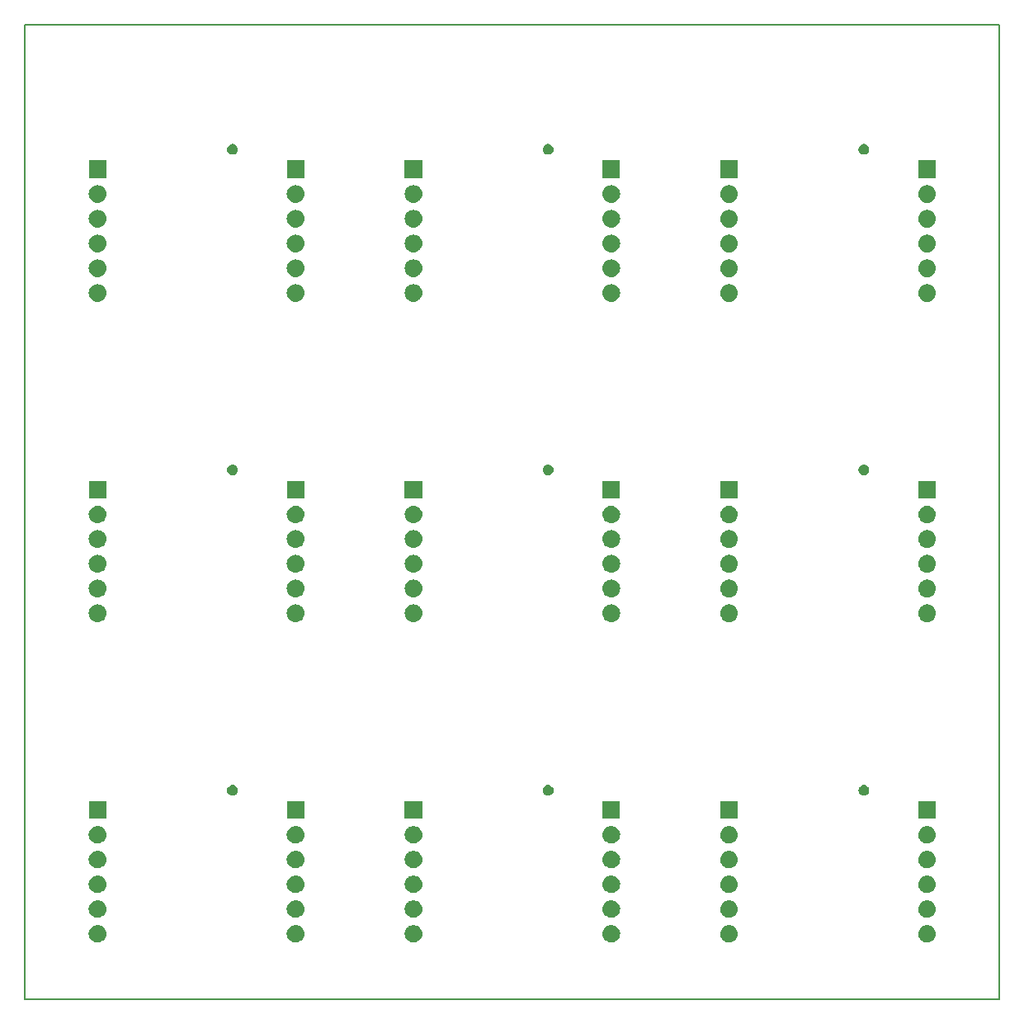
<source format=gbs>
%FSTAX23Y23*%
%MOIN*%
%SFA1B1*%

%IPPOS*%
%ADD44C,0.005000*%
G36*
X00297Y00299D02*
X003Y00299D01*
X00305Y00297*
X00307Y00297*
X00312Y00294*
X00313Y00293*
X00314Y00292*
X00318Y00289*
X00322Y00285*
X00323Y00283*
X00326Y00277*
X00328Y00271*
X00329Y00264*
X00328Y00257*
X00327Y00252*
X00326Y0025*
X00323Y00245*
X00323Y00244*
X00322Y00242*
X00318Y00238*
X00314Y00235*
X00313Y00234*
X00307Y00231*
X00305Y0023*
X003Y00229*
X00297Y00228*
X00295Y00228*
X00291*
X00289Y00228*
X00286Y00229*
X00282Y0023*
X00279Y00231*
X00273Y00234*
X00272Y00235*
X00268Y00238*
X00265Y00242*
X00263Y00244*
X00263Y00245*
X0026Y0025*
X00259Y00252*
X00258Y00257*
X00257Y00264*
X00258Y00271*
X0026Y00277*
X00263Y00283*
X00265Y00285*
X00268Y00289*
X00272Y00292*
X00273Y00293*
X00274Y00294*
X00279Y00297*
X00282Y00297*
X00286Y00299*
X00289Y00299*
X00291Y00299*
X00295*
X00297Y00299*
G37*
G54D44*
X0Y0D02*
X03936D01*
Y03936*
X0*
Y0*
G36*
X01097Y00299D02*
X011Y00299D01*
X01105Y00297*
X01107Y00297*
X01112Y00294*
X01113Y00293*
X01114Y00292*
X01118Y00289*
X01122Y00285*
X01123Y00283*
X01126Y00277*
X01128Y00271*
X01129Y00264*
X01128Y00257*
X01127Y00252*
X01126Y0025*
X01123Y00245*
X01123Y00244*
X01122Y00242*
X01118Y00238*
X01114Y00235*
X01113Y00234*
X01107Y00231*
X01105Y0023*
X011Y00229*
X01097Y00228*
X01095Y00228*
X01091*
X01089Y00228*
X01086Y00229*
X01082Y0023*
X01079Y00231*
X01073Y00234*
X01072Y00235*
X01068Y00238*
X01065Y00242*
X01063Y00244*
X01063Y00245*
X0106Y0025*
X01059Y00252*
X01058Y00257*
X01057Y00264*
X01058Y00271*
X0106Y00277*
X01063Y00283*
X01065Y00285*
X01068Y00289*
X01072Y00292*
X01073Y00293*
X01074Y00294*
X01079Y00297*
X01082Y00297*
X01086Y00299*
X01089Y00299*
X01091Y00299*
X01095*
X01097Y00299*
G37*
G36*
Y00399D02*
X011Y00399D01*
X01105Y00397*
X01107Y00397*
X01112Y00394*
X01113Y00393*
X01114Y00392*
X01118Y00389*
X01122Y00385*
X01123Y00383*
X01126Y00377*
X01128Y00371*
X01129Y00364*
X01128Y00357*
X01127Y00352*
X01126Y0035*
X01123Y00345*
X01123Y00344*
X01122Y00342*
X01118Y00338*
X01114Y00335*
X01113Y00334*
X01107Y00331*
X01105Y0033*
X011Y00329*
X01097Y00328*
X01095Y00328*
X01091*
X01089Y00328*
X01086Y00329*
X01082Y0033*
X01079Y00331*
X01073Y00334*
X01072Y00335*
X01068Y00338*
X01065Y00342*
X01063Y00344*
X01063Y00345*
X0106Y0035*
X01059Y00352*
X01058Y00357*
X01057Y00364*
X01058Y00371*
X0106Y00377*
X01063Y00383*
X01065Y00385*
X01068Y00389*
X01072Y00392*
X01073Y00393*
X01074Y00394*
X01079Y00397*
X01082Y00397*
X01086Y00399*
X01089Y00399*
X01091Y00399*
X01095*
X01097Y00399*
G37*
G36*
X00297D02*
X003Y00399D01*
X00305Y00397*
X00307Y00397*
X00312Y00394*
X00313Y00393*
X00314Y00392*
X00318Y00389*
X00322Y00385*
X00323Y00383*
X00326Y00377*
X00328Y00371*
X00329Y00364*
X00328Y00357*
X00327Y00352*
X00326Y0035*
X00323Y00345*
X00323Y00344*
X00322Y00342*
X00318Y00338*
X00314Y00335*
X00313Y00334*
X00307Y00331*
X00305Y0033*
X003Y00329*
X00297Y00328*
X00295Y00328*
X00291*
X00289Y00328*
X00286Y00329*
X00282Y0033*
X00279Y00331*
X00273Y00334*
X00272Y00335*
X00268Y00338*
X00265Y00342*
X00263Y00344*
X00263Y00345*
X0026Y0035*
X00259Y00352*
X00258Y00357*
X00257Y00364*
X00258Y00371*
X0026Y00377*
X00263Y00383*
X00265Y00385*
X00268Y00389*
X00272Y00392*
X00273Y00393*
X00274Y00394*
X00279Y00397*
X00282Y00397*
X00286Y00399*
X00289Y00399*
X00291Y00399*
X00295*
X00297Y00399*
G37*
G36*
Y00499D02*
X003Y00499D01*
X00305Y00497*
X00307Y00497*
X00312Y00494*
X00313Y00493*
X00314Y00492*
X00318Y00489*
X00322Y00485*
X00323Y00483*
X00326Y00477*
X00328Y00471*
X00329Y00464*
X00328Y00457*
X00327Y00452*
X00326Y0045*
X00323Y00445*
X00323Y00444*
X00322Y00442*
X00318Y00438*
X00314Y00435*
X00313Y00434*
X00307Y00431*
X00305Y0043*
X003Y00429*
X00297Y00428*
X00295Y00428*
X00291*
X00289Y00428*
X00286Y00429*
X00282Y0043*
X00279Y00431*
X00273Y00434*
X00272Y00435*
X00268Y00438*
X00265Y00442*
X00263Y00444*
X00263Y00445*
X0026Y0045*
X00259Y00452*
X00258Y00457*
X00257Y00464*
X00258Y00471*
X0026Y00477*
X00263Y00483*
X00265Y00485*
X00268Y00489*
X00272Y00492*
X00273Y00493*
X00274Y00494*
X00279Y00497*
X00282Y00497*
X00286Y00499*
X00289Y00499*
X00291Y00499*
X00295*
X00297Y00499*
G37*
G36*
X01097D02*
X011Y00499D01*
X01105Y00497*
X01107Y00497*
X01112Y00494*
X01113Y00493*
X01114Y00492*
X01118Y00489*
X01122Y00485*
X01123Y00483*
X01126Y00477*
X01128Y00471*
X01129Y00464*
X01128Y00457*
X01127Y00452*
X01126Y0045*
X01123Y00445*
X01123Y00444*
X01122Y00442*
X01118Y00438*
X01114Y00435*
X01113Y00434*
X01107Y00431*
X01105Y0043*
X011Y00429*
X01097Y00428*
X01095Y00428*
X01091*
X01089Y00428*
X01086Y00429*
X01082Y0043*
X01079Y00431*
X01073Y00434*
X01072Y00435*
X01068Y00438*
X01065Y00442*
X01063Y00444*
X01063Y00445*
X0106Y0045*
X01059Y00452*
X01058Y00457*
X01057Y00464*
X01058Y00471*
X0106Y00477*
X01063Y00483*
X01065Y00485*
X01068Y00489*
X01072Y00492*
X01073Y00493*
X01074Y00494*
X01079Y00497*
X01082Y00497*
X01086Y00499*
X01089Y00499*
X01091Y00499*
X01095*
X01097Y00499*
G37*
G36*
X00297Y00599D02*
X003Y00599D01*
X00305Y00597*
X00307Y00597*
X00312Y00594*
X00313Y00593*
X00314Y00592*
X00318Y00589*
X00322Y00585*
X00323Y00583*
X00326Y00577*
X00328Y00571*
X00329Y00564*
X00328Y00557*
X00327Y00552*
X00326Y0055*
X00323Y00545*
X00323Y00544*
X00322Y00542*
X00318Y00538*
X00314Y00535*
X00313Y00534*
X00307Y00531*
X00305Y0053*
X003Y00529*
X00297Y00528*
X00295Y00528*
X00291*
X00289Y00528*
X00286Y00529*
X00282Y0053*
X00279Y00531*
X00273Y00534*
X00272Y00535*
X00268Y00538*
X00265Y00542*
X00263Y00544*
X00263Y00545*
X0026Y0055*
X00259Y00552*
X00258Y00557*
X00257Y00564*
X00258Y00571*
X0026Y00577*
X00263Y00583*
X00265Y00585*
X00268Y00589*
X00272Y00592*
X00273Y00593*
X00274Y00594*
X00279Y00597*
X00282Y00597*
X00286Y00599*
X00289Y00599*
X00291Y00599*
X00295*
X00297Y00599*
G37*
G36*
X01097D02*
X011Y00599D01*
X01105Y00597*
X01107Y00597*
X01112Y00594*
X01113Y00593*
X01114Y00592*
X01118Y00589*
X01122Y00585*
X01123Y00583*
X01126Y00577*
X01128Y00571*
X01129Y00564*
X01128Y00557*
X01127Y00552*
X01126Y0055*
X01123Y00545*
X01123Y00544*
X01122Y00542*
X01118Y00538*
X01114Y00535*
X01113Y00534*
X01107Y00531*
X01105Y0053*
X011Y00529*
X01097Y00528*
X01095Y00528*
X01091*
X01089Y00528*
X01086Y00529*
X01082Y0053*
X01079Y00531*
X01073Y00534*
X01072Y00535*
X01068Y00538*
X01065Y00542*
X01063Y00544*
X01063Y00545*
X0106Y0055*
X01059Y00552*
X01058Y00557*
X01057Y00564*
X01058Y00571*
X0106Y00577*
X01063Y00583*
X01065Y00585*
X01068Y00589*
X01072Y00592*
X01073Y00593*
X01074Y00594*
X01079Y00597*
X01082Y00597*
X01086Y00599*
X01089Y00599*
X01091Y00599*
X01095*
X01097Y00599*
G37*
G36*
Y00699D02*
X011Y00699D01*
X01105Y00697*
X01107Y00697*
X01112Y00694*
X01113Y00693*
X01114Y00692*
X01118Y00689*
X01122Y00685*
X01123Y00683*
X01126Y00677*
X01128Y00671*
X01129Y00664*
X01128Y00657*
X01127Y00652*
X01126Y0065*
X01123Y00645*
X01123Y00644*
X01122Y00642*
X01118Y00638*
X01114Y00635*
X01113Y00634*
X01107Y00631*
X01105Y0063*
X011Y00629*
X01097Y00628*
X01095Y00628*
X01091*
X01089Y00628*
X01086Y00629*
X01082Y0063*
X01079Y00631*
X01073Y00634*
X01072Y00635*
X01068Y00638*
X01065Y00642*
X01063Y00644*
X01063Y00645*
X0106Y0065*
X01059Y00652*
X01058Y00657*
X01057Y00664*
X01058Y00671*
X0106Y00677*
X01063Y00683*
X01065Y00685*
X01068Y00689*
X01072Y00692*
X01073Y00693*
X01074Y00694*
X01079Y00697*
X01082Y00697*
X01086Y00699*
X01089Y00699*
X01091Y00699*
X01095*
X01097Y00699*
G37*
G36*
X00297D02*
X003Y00699D01*
X00305Y00697*
X00307Y00697*
X00312Y00694*
X00313Y00693*
X00314Y00692*
X00318Y00689*
X00322Y00685*
X00323Y00683*
X00326Y00677*
X00328Y00671*
X00329Y00664*
X00328Y00657*
X00327Y00652*
X00326Y0065*
X00323Y00645*
X00323Y00644*
X00322Y00642*
X00318Y00638*
X00314Y00635*
X00313Y00634*
X00307Y00631*
X00305Y0063*
X003Y00629*
X00297Y00628*
X00295Y00628*
X00291*
X00289Y00628*
X00286Y00629*
X00282Y0063*
X00279Y00631*
X00273Y00634*
X00272Y00635*
X00268Y00638*
X00265Y00642*
X00263Y00644*
X00263Y00645*
X0026Y0065*
X00259Y00652*
X00258Y00657*
X00257Y00664*
X00258Y00671*
X0026Y00677*
X00263Y00683*
X00265Y00685*
X00268Y00689*
X00272Y00692*
X00273Y00693*
X00274Y00694*
X00279Y00697*
X00282Y00697*
X00286Y00699*
X00289Y00699*
X00291Y00699*
X00295*
X00297Y00699*
G37*
G36*
X00329Y00728D02*
X00258D01*
Y00799*
X00329*
Y00728*
G37*
G36*
X01129D02*
X01058D01*
Y00799*
X01129*
Y00728*
G37*
G36*
X00844Y00864D02*
X00848Y00863D01*
X00852Y0086*
X00855Y00857*
X00857Y00854*
X00859Y0085*
X0086Y00846*
Y00841*
X00859Y00837*
X00857Y00833*
X00855Y0083*
X00852Y00827*
X00848Y00824*
X00844Y00823*
X0084Y00822*
X00836*
X00832Y00823*
X00828Y00824*
X00824Y00827*
X00821Y0083*
X00819Y00833*
X00817Y00837*
X00816Y00841*
Y00846*
X00817Y0085*
X00819Y00854*
X00821Y00857*
X00824Y0086*
X00828Y00863*
X00832Y00864*
X00836Y00865*
X0084*
X00844Y00864*
G37*
G36*
X01573Y00299D02*
X01576Y00299D01*
X0158Y00297*
X01583Y00297*
X01588Y00294*
X01589Y00293*
X0159Y00292*
X01594Y00289*
X01597Y00285*
X01599Y00283*
X01602Y00277*
X01604Y00271*
X01605Y00264*
X01604Y00257*
X01603Y00252*
X01602Y0025*
X01599Y00245*
X01599Y00244*
X01597Y00242*
X01594Y00238*
X0159Y00235*
X01589Y00234*
X01583Y00231*
X0158Y0023*
X01576Y00229*
X01573Y00228*
X01571Y00228*
X01567*
X01565Y00228*
X01562Y00229*
X01558Y0023*
X01555Y00231*
X01549Y00234*
X01548Y00235*
X01544Y00238*
X0154Y00242*
X01539Y00244*
X01539Y00245*
X01536Y0025*
X01535Y00252*
X01534Y00257*
X01533Y00264*
X01534Y00271*
X01536Y00277*
X01539Y00283*
X0154Y00285*
X01544Y00289*
X01548Y00292*
X01549Y00293*
X0155Y00294*
X01555Y00297*
X01558Y00297*
X01562Y00299*
X01565Y00299*
X01567Y00299*
X01571*
X01573Y00299*
G37*
G36*
X02372D02*
X02375Y00299D01*
X02379Y00297*
X02382Y00297*
X02387Y00294*
X02388Y00293*
X02389Y00292*
X02393Y00289*
X02396Y00285*
X02398Y00283*
X02401Y00277*
X02403Y00271*
X02404Y00264*
X02403Y00257*
X02402Y00252*
X02401Y0025*
X02398Y00245*
X02398Y00244*
X02396Y00242*
X02393Y00238*
X02389Y00235*
X02388Y00234*
X02382Y00231*
X02379Y0023*
X02375Y00229*
X02372Y00228*
X0237Y00228*
X02366*
X02364Y00228*
X02361Y00229*
X02357Y0023*
X02354Y00231*
X02348Y00234*
X02347Y00235*
X02343Y00238*
X02339Y00242*
X02338Y00244*
X02338Y00245*
X02335Y0025*
X02334Y00252*
X02333Y00257*
X02332Y00264*
X02333Y00271*
X02335Y00277*
X02338Y00283*
X02339Y00285*
X02343Y00289*
X02347Y00292*
X02348Y00293*
X02349Y00294*
X02354Y00297*
X02357Y00297*
X02361Y00299*
X02364Y00299*
X02366Y00299*
X0237*
X02372Y00299*
G37*
G36*
Y00399D02*
X02375Y00399D01*
X02379Y00397*
X02382Y00397*
X02387Y00394*
X02388Y00393*
X02389Y00392*
X02393Y00389*
X02396Y00385*
X02398Y00383*
X02401Y00377*
X02403Y00371*
X02404Y00364*
X02403Y00357*
X02402Y00352*
X02401Y0035*
X02398Y00345*
X02398Y00344*
X02396Y00342*
X02393Y00338*
X02389Y00335*
X02388Y00334*
X02382Y00331*
X02379Y0033*
X02375Y00329*
X02372Y00328*
X0237Y00328*
X02366*
X02364Y00328*
X02361Y00329*
X02357Y0033*
X02354Y00331*
X02348Y00334*
X02347Y00335*
X02343Y00338*
X02339Y00342*
X02338Y00344*
X02338Y00345*
X02335Y0035*
X02334Y00352*
X02333Y00357*
X02332Y00364*
X02333Y00371*
X02335Y00377*
X02338Y00383*
X02339Y00385*
X02343Y00389*
X02347Y00392*
X02348Y00393*
X02349Y00394*
X02354Y00397*
X02357Y00397*
X02361Y00399*
X02364Y00399*
X02366Y00399*
X0237*
X02372Y00399*
G37*
G36*
X01573D02*
X01576Y00399D01*
X0158Y00397*
X01583Y00397*
X01588Y00394*
X01589Y00393*
X0159Y00392*
X01594Y00389*
X01597Y00385*
X01599Y00383*
X01602Y00377*
X01604Y00371*
X01605Y00364*
X01604Y00357*
X01603Y00352*
X01602Y0035*
X01599Y00345*
X01599Y00344*
X01597Y00342*
X01594Y00338*
X0159Y00335*
X01589Y00334*
X01583Y00331*
X0158Y0033*
X01576Y00329*
X01573Y00328*
X01571Y00328*
X01567*
X01565Y00328*
X01562Y00329*
X01558Y0033*
X01555Y00331*
X01549Y00334*
X01548Y00335*
X01544Y00338*
X0154Y00342*
X01539Y00344*
X01539Y00345*
X01536Y0035*
X01535Y00352*
X01534Y00357*
X01533Y00364*
X01534Y00371*
X01536Y00377*
X01539Y00383*
X0154Y00385*
X01544Y00389*
X01548Y00392*
X01549Y00393*
X0155Y00394*
X01555Y00397*
X01558Y00397*
X01562Y00399*
X01565Y00399*
X01567Y00399*
X01571*
X01573Y00399*
G37*
G36*
Y00499D02*
X01576Y00499D01*
X0158Y00497*
X01583Y00497*
X01588Y00494*
X01589Y00493*
X0159Y00492*
X01594Y00489*
X01597Y00485*
X01599Y00483*
X01602Y00477*
X01604Y00471*
X01605Y00464*
X01604Y00457*
X01603Y00452*
X01602Y0045*
X01599Y00445*
X01599Y00444*
X01597Y00442*
X01594Y00438*
X0159Y00435*
X01589Y00434*
X01583Y00431*
X0158Y0043*
X01576Y00429*
X01573Y00428*
X01571Y00428*
X01567*
X01565Y00428*
X01562Y00429*
X01558Y0043*
X01555Y00431*
X01549Y00434*
X01548Y00435*
X01544Y00438*
X0154Y00442*
X01539Y00444*
X01539Y00445*
X01536Y0045*
X01535Y00452*
X01534Y00457*
X01533Y00464*
X01534Y00471*
X01536Y00477*
X01539Y00483*
X0154Y00485*
X01544Y00489*
X01548Y00492*
X01549Y00493*
X0155Y00494*
X01555Y00497*
X01558Y00497*
X01562Y00499*
X01565Y00499*
X01567Y00499*
X01571*
X01573Y00499*
G37*
G36*
X02372D02*
X02375Y00499D01*
X02379Y00497*
X02382Y00497*
X02387Y00494*
X02388Y00493*
X02389Y00492*
X02393Y00489*
X02396Y00485*
X02398Y00483*
X02401Y00477*
X02403Y00471*
X02404Y00464*
X02403Y00457*
X02402Y00452*
X02401Y0045*
X02398Y00445*
X02398Y00444*
X02396Y00442*
X02393Y00438*
X02389Y00435*
X02388Y00434*
X02382Y00431*
X02379Y0043*
X02375Y00429*
X02372Y00428*
X0237Y00428*
X02366*
X02364Y00428*
X02361Y00429*
X02357Y0043*
X02354Y00431*
X02348Y00434*
X02347Y00435*
X02343Y00438*
X02339Y00442*
X02338Y00444*
X02338Y00445*
X02335Y0045*
X02334Y00452*
X02333Y00457*
X02332Y00464*
X02333Y00471*
X02335Y00477*
X02338Y00483*
X02339Y00485*
X02343Y00489*
X02347Y00492*
X02348Y00493*
X02349Y00494*
X02354Y00497*
X02357Y00497*
X02361Y00499*
X02364Y00499*
X02366Y00499*
X0237*
X02372Y00499*
G37*
G36*
X01573Y00599D02*
X01576Y00599D01*
X0158Y00597*
X01583Y00597*
X01588Y00594*
X01589Y00593*
X0159Y00592*
X01594Y00589*
X01597Y00585*
X01599Y00583*
X01602Y00577*
X01604Y00571*
X01605Y00564*
X01604Y00557*
X01603Y00552*
X01602Y0055*
X01599Y00545*
X01599Y00544*
X01597Y00542*
X01594Y00538*
X0159Y00535*
X01589Y00534*
X01583Y00531*
X0158Y0053*
X01576Y00529*
X01573Y00528*
X01571Y00528*
X01567*
X01565Y00528*
X01562Y00529*
X01558Y0053*
X01555Y00531*
X01549Y00534*
X01548Y00535*
X01544Y00538*
X0154Y00542*
X01539Y00544*
X01539Y00545*
X01536Y0055*
X01535Y00552*
X01534Y00557*
X01533Y00564*
X01534Y00571*
X01536Y00577*
X01539Y00583*
X0154Y00585*
X01544Y00589*
X01548Y00592*
X01549Y00593*
X0155Y00594*
X01555Y00597*
X01558Y00597*
X01562Y00599*
X01565Y00599*
X01567Y00599*
X01571*
X01573Y00599*
G37*
G36*
X02372D02*
X02375Y00599D01*
X02379Y00597*
X02382Y00597*
X02387Y00594*
X02388Y00593*
X02389Y00592*
X02393Y00589*
X02396Y00585*
X02398Y00583*
X02401Y00577*
X02403Y00571*
X02404Y00564*
X02403Y00557*
X02402Y00552*
X02401Y0055*
X02398Y00545*
X02398Y00544*
X02396Y00542*
X02393Y00538*
X02389Y00535*
X02388Y00534*
X02382Y00531*
X02379Y0053*
X02375Y00529*
X02372Y00528*
X0237Y00528*
X02366*
X02364Y00528*
X02361Y00529*
X02357Y0053*
X02354Y00531*
X02348Y00534*
X02347Y00535*
X02343Y00538*
X02339Y00542*
X02338Y00544*
X02338Y00545*
X02335Y0055*
X02334Y00552*
X02333Y00557*
X02332Y00564*
X02333Y00571*
X02335Y00577*
X02338Y00583*
X02339Y00585*
X02343Y00589*
X02347Y00592*
X02348Y00593*
X02349Y00594*
X02354Y00597*
X02357Y00597*
X02361Y00599*
X02364Y00599*
X02366Y00599*
X0237*
X02372Y00599*
G37*
G36*
Y00699D02*
X02375Y00699D01*
X02379Y00697*
X02382Y00697*
X02387Y00694*
X02388Y00693*
X02389Y00692*
X02393Y00689*
X02396Y00685*
X02398Y00683*
X02401Y00677*
X02403Y00671*
X02404Y00664*
X02403Y00657*
X02402Y00652*
X02401Y0065*
X02398Y00645*
X02398Y00644*
X02396Y00642*
X02393Y00638*
X02389Y00635*
X02388Y00634*
X02382Y00631*
X02379Y0063*
X02375Y00629*
X02372Y00628*
X0237Y00628*
X02366*
X02364Y00628*
X02361Y00629*
X02357Y0063*
X02354Y00631*
X02348Y00634*
X02347Y00635*
X02343Y00638*
X02339Y00642*
X02338Y00644*
X02338Y00645*
X02335Y0065*
X02334Y00652*
X02333Y00657*
X02332Y00664*
X02333Y00671*
X02335Y00677*
X02338Y00683*
X02339Y00685*
X02343Y00689*
X02347Y00692*
X02348Y00693*
X02349Y00694*
X02354Y00697*
X02357Y00697*
X02361Y00699*
X02364Y00699*
X02366Y00699*
X0237*
X02372Y00699*
G37*
G36*
X01573D02*
X01576Y00699D01*
X0158Y00697*
X01583Y00697*
X01588Y00694*
X01589Y00693*
X0159Y00692*
X01594Y00689*
X01597Y00685*
X01599Y00683*
X01602Y00677*
X01604Y00671*
X01605Y00664*
X01604Y00657*
X01603Y00652*
X01602Y0065*
X01599Y00645*
X01599Y00644*
X01597Y00642*
X01594Y00638*
X0159Y00635*
X01589Y00634*
X01583Y00631*
X0158Y0063*
X01576Y00629*
X01573Y00628*
X01571Y00628*
X01567*
X01565Y00628*
X01562Y00629*
X01558Y0063*
X01555Y00631*
X01549Y00634*
X01548Y00635*
X01544Y00638*
X0154Y00642*
X01539Y00644*
X01539Y00645*
X01536Y0065*
X01535Y00652*
X01534Y00657*
X01533Y00664*
X01534Y00671*
X01536Y00677*
X01539Y00683*
X0154Y00685*
X01544Y00689*
X01548Y00692*
X01549Y00693*
X0155Y00694*
X01555Y00697*
X01558Y00697*
X01562Y00699*
X01565Y00699*
X01567Y00699*
X01571*
X01573Y00699*
G37*
G36*
X01604Y00728D02*
X01533D01*
Y00799*
X01604*
Y00728*
G37*
G36*
X02403D02*
X02332D01*
Y00799*
X02403*
Y00728*
G37*
G36*
X02119Y00864D02*
X02123Y00863D01*
X02127Y0086*
X0213Y00857*
X02132Y00854*
X02134Y0085*
X02135Y00846*
Y00841*
X02134Y00837*
X02132Y00833*
X0213Y0083*
X02127Y00827*
X02123Y00824*
X02119Y00823*
X02115Y00822*
X02111*
X02107Y00823*
X02103Y00824*
X02099Y00827*
X02096Y0083*
X02094Y00833*
X02092Y00837*
X02091Y00841*
Y00846*
X02092Y0085*
X02094Y00854*
X02096Y00857*
X02099Y0086*
X02103Y00863*
X02107Y00864*
X02111Y00865*
X02115*
X02119Y00864*
G37*
G36*
X02848Y00299D02*
X02851Y00299D01*
X02855Y00297*
X02857Y00297*
X02863Y00294*
X02864Y00293*
X02865Y00292*
X02869Y00289*
X02872Y00285*
X02873Y00283*
X02877Y00277*
X02879Y00271*
X02879Y00264*
X02879Y00257*
X02877Y00252*
X02877Y0025*
X02874Y00245*
X02873Y00244*
X02872Y00242*
X02869Y00238*
X02865Y00235*
X02864Y00234*
X02857Y00231*
X02855Y0023*
X02851Y00229*
X02848Y00228*
X02846Y00228*
X02842*
X02839Y00228*
X02837Y00229*
X02832Y0023*
X0283Y00231*
X02824Y00234*
X02823Y00235*
X02819Y00238*
X02815Y00242*
X02814Y00244*
X02814Y00245*
X02811Y0025*
X0281Y00252*
X02809Y00257*
X02808Y00264*
X02809Y00271*
X02811Y00277*
X02814Y00283*
X02815Y00285*
X02819Y00289*
X02823Y00292*
X02824Y00293*
X02825Y00294*
X0283Y00297*
X02832Y00297*
X02837Y00299*
X02839Y00299*
X02842Y00299*
X02846*
X02848Y00299*
G37*
G36*
X03648D02*
X03651Y00299D01*
X03655Y00297*
X03657Y00297*
X03663Y00294*
X03664Y00293*
X03665Y00292*
X03669Y00289*
X03672Y00285*
X03673Y00283*
X03677Y00277*
X03679Y00271*
X03679Y00264*
X03679Y00257*
X03677Y00252*
X03677Y0025*
X03674Y00245*
X03673Y00244*
X03672Y00242*
X03669Y00238*
X03665Y00235*
X03664Y00234*
X03657Y00231*
X03655Y0023*
X03651Y00229*
X03648Y00228*
X03646Y00228*
X03642*
X03639Y00228*
X03637Y00229*
X03632Y0023*
X0363Y00231*
X03624Y00234*
X03623Y00235*
X03619Y00238*
X03615Y00242*
X03614Y00244*
X03614Y00245*
X03611Y0025*
X0361Y00252*
X03609Y00257*
X03608Y00264*
X03609Y00271*
X03611Y00277*
X03614Y00283*
X03615Y00285*
X03619Y00289*
X03623Y00292*
X03624Y00293*
X03625Y00294*
X0363Y00297*
X03632Y00297*
X03637Y00299*
X03639Y00299*
X03642Y00299*
X03646*
X03648Y00299*
G37*
G36*
Y00399D02*
X03651Y00399D01*
X03655Y00397*
X03657Y00397*
X03663Y00394*
X03664Y00393*
X03665Y00392*
X03669Y00389*
X03672Y00385*
X03673Y00383*
X03677Y00377*
X03679Y00371*
X03679Y00364*
X03679Y00357*
X03677Y00352*
X03677Y0035*
X03674Y00345*
X03673Y00344*
X03672Y00342*
X03669Y00338*
X03665Y00335*
X03664Y00334*
X03657Y00331*
X03655Y0033*
X03651Y00329*
X03648Y00328*
X03646Y00328*
X03642*
X03639Y00328*
X03637Y00329*
X03632Y0033*
X0363Y00331*
X03624Y00334*
X03623Y00335*
X03619Y00338*
X03615Y00342*
X03614Y00344*
X03614Y00345*
X03611Y0035*
X0361Y00352*
X03609Y00357*
X03608Y00364*
X03609Y00371*
X03611Y00377*
X03614Y00383*
X03615Y00385*
X03619Y00389*
X03623Y00392*
X03624Y00393*
X03625Y00394*
X0363Y00397*
X03632Y00397*
X03637Y00399*
X03639Y00399*
X03642Y00399*
X03646*
X03648Y00399*
G37*
G36*
X02848D02*
X02851Y00399D01*
X02855Y00397*
X02857Y00397*
X02863Y00394*
X02864Y00393*
X02865Y00392*
X02869Y00389*
X02872Y00385*
X02873Y00383*
X02877Y00377*
X02879Y00371*
X02879Y00364*
X02879Y00357*
X02877Y00352*
X02877Y0035*
X02874Y00345*
X02873Y00344*
X02872Y00342*
X02869Y00338*
X02865Y00335*
X02864Y00334*
X02857Y00331*
X02855Y0033*
X02851Y00329*
X02848Y00328*
X02846Y00328*
X02842*
X02839Y00328*
X02837Y00329*
X02832Y0033*
X0283Y00331*
X02824Y00334*
X02823Y00335*
X02819Y00338*
X02815Y00342*
X02814Y00344*
X02814Y00345*
X02811Y0035*
X0281Y00352*
X02809Y00357*
X02808Y00364*
X02809Y00371*
X02811Y00377*
X02814Y00383*
X02815Y00385*
X02819Y00389*
X02823Y00392*
X02824Y00393*
X02825Y00394*
X0283Y00397*
X02832Y00397*
X02837Y00399*
X02839Y00399*
X02842Y00399*
X02846*
X02848Y00399*
G37*
G36*
Y00499D02*
X02851Y00499D01*
X02855Y00497*
X02857Y00497*
X02863Y00494*
X02864Y00493*
X02865Y00492*
X02869Y00489*
X02872Y00485*
X02873Y00483*
X02877Y00477*
X02879Y00471*
X02879Y00464*
X02879Y00457*
X02877Y00452*
X02877Y0045*
X02874Y00445*
X02873Y00444*
X02872Y00442*
X02869Y00438*
X02865Y00435*
X02864Y00434*
X02857Y00431*
X02855Y0043*
X02851Y00429*
X02848Y00428*
X02846Y00428*
X02842*
X02839Y00428*
X02837Y00429*
X02832Y0043*
X0283Y00431*
X02824Y00434*
X02823Y00435*
X02819Y00438*
X02815Y00442*
X02814Y00444*
X02814Y00445*
X02811Y0045*
X0281Y00452*
X02809Y00457*
X02808Y00464*
X02809Y00471*
X02811Y00477*
X02814Y00483*
X02815Y00485*
X02819Y00489*
X02823Y00492*
X02824Y00493*
X02825Y00494*
X0283Y00497*
X02832Y00497*
X02837Y00499*
X02839Y00499*
X02842Y00499*
X02846*
X02848Y00499*
G37*
G36*
X03648D02*
X03651Y00499D01*
X03655Y00497*
X03657Y00497*
X03663Y00494*
X03664Y00493*
X03665Y00492*
X03669Y00489*
X03672Y00485*
X03673Y00483*
X03677Y00477*
X03679Y00471*
X03679Y00464*
X03679Y00457*
X03677Y00452*
X03677Y0045*
X03674Y00445*
X03673Y00444*
X03672Y00442*
X03669Y00438*
X03665Y00435*
X03664Y00434*
X03657Y00431*
X03655Y0043*
X03651Y00429*
X03648Y00428*
X03646Y00428*
X03642*
X03639Y00428*
X03637Y00429*
X03632Y0043*
X0363Y00431*
X03624Y00434*
X03623Y00435*
X03619Y00438*
X03615Y00442*
X03614Y00444*
X03614Y00445*
X03611Y0045*
X0361Y00452*
X03609Y00457*
X03608Y00464*
X03609Y00471*
X03611Y00477*
X03614Y00483*
X03615Y00485*
X03619Y00489*
X03623Y00492*
X03624Y00493*
X03625Y00494*
X0363Y00497*
X03632Y00497*
X03637Y00499*
X03639Y00499*
X03642Y00499*
X03646*
X03648Y00499*
G37*
G36*
X02848Y00599D02*
X02851Y00599D01*
X02855Y00597*
X02857Y00597*
X02863Y00594*
X02864Y00593*
X02865Y00592*
X02869Y00589*
X02872Y00585*
X02873Y00583*
X02877Y00577*
X02879Y00571*
X02879Y00564*
X02879Y00557*
X02877Y00552*
X02877Y0055*
X02874Y00545*
X02873Y00544*
X02872Y00542*
X02869Y00538*
X02865Y00535*
X02864Y00534*
X02857Y00531*
X02855Y0053*
X02851Y00529*
X02848Y00528*
X02846Y00528*
X02842*
X02839Y00528*
X02837Y00529*
X02832Y0053*
X0283Y00531*
X02824Y00534*
X02823Y00535*
X02819Y00538*
X02815Y00542*
X02814Y00544*
X02814Y00545*
X02811Y0055*
X0281Y00552*
X02809Y00557*
X02808Y00564*
X02809Y00571*
X02811Y00577*
X02814Y00583*
X02815Y00585*
X02819Y00589*
X02823Y00592*
X02824Y00593*
X02825Y00594*
X0283Y00597*
X02832Y00597*
X02837Y00599*
X02839Y00599*
X02842Y00599*
X02846*
X02848Y00599*
G37*
G36*
X03648D02*
X03651Y00599D01*
X03655Y00597*
X03657Y00597*
X03663Y00594*
X03664Y00593*
X03665Y00592*
X03669Y00589*
X03672Y00585*
X03673Y00583*
X03677Y00577*
X03679Y00571*
X03679Y00564*
X03679Y00557*
X03677Y00552*
X03677Y0055*
X03674Y00545*
X03673Y00544*
X03672Y00542*
X03669Y00538*
X03665Y00535*
X03664Y00534*
X03657Y00531*
X03655Y0053*
X03651Y00529*
X03648Y00528*
X03646Y00528*
X03642*
X03639Y00528*
X03637Y00529*
X03632Y0053*
X0363Y00531*
X03624Y00534*
X03623Y00535*
X03619Y00538*
X03615Y00542*
X03614Y00544*
X03614Y00545*
X03611Y0055*
X0361Y00552*
X03609Y00557*
X03608Y00564*
X03609Y00571*
X03611Y00577*
X03614Y00583*
X03615Y00585*
X03619Y00589*
X03623Y00592*
X03624Y00593*
X03625Y00594*
X0363Y00597*
X03632Y00597*
X03637Y00599*
X03639Y00599*
X03642Y00599*
X03646*
X03648Y00599*
G37*
G36*
Y00699D02*
X03651Y00699D01*
X03655Y00697*
X03657Y00697*
X03663Y00694*
X03664Y00693*
X03665Y00692*
X03669Y00689*
X03672Y00685*
X03673Y00683*
X03677Y00677*
X03679Y00671*
X03679Y00664*
X03679Y00657*
X03677Y00652*
X03677Y0065*
X03674Y00645*
X03673Y00644*
X03672Y00642*
X03669Y00638*
X03665Y00635*
X03664Y00634*
X03657Y00631*
X03655Y0063*
X03651Y00629*
X03648Y00628*
X03646Y00628*
X03642*
X03639Y00628*
X03637Y00629*
X03632Y0063*
X0363Y00631*
X03624Y00634*
X03623Y00635*
X03619Y00638*
X03615Y00642*
X03614Y00644*
X03614Y00645*
X03611Y0065*
X0361Y00652*
X03609Y00657*
X03608Y00664*
X03609Y00671*
X03611Y00677*
X03614Y00683*
X03615Y00685*
X03619Y00689*
X03623Y00692*
X03624Y00693*
X03625Y00694*
X0363Y00697*
X03632Y00697*
X03637Y00699*
X03639Y00699*
X03642Y00699*
X03646*
X03648Y00699*
G37*
G36*
X02848D02*
X02851Y00699D01*
X02855Y00697*
X02857Y00697*
X02863Y00694*
X02864Y00693*
X02865Y00692*
X02869Y00689*
X02872Y00685*
X02873Y00683*
X02877Y00677*
X02879Y00671*
X02879Y00664*
X02879Y00657*
X02877Y00652*
X02877Y0065*
X02874Y00645*
X02873Y00644*
X02872Y00642*
X02869Y00638*
X02865Y00635*
X02864Y00634*
X02857Y00631*
X02855Y0063*
X02851Y00629*
X02848Y00628*
X02846Y00628*
X02842*
X02839Y00628*
X02837Y00629*
X02832Y0063*
X0283Y00631*
X02824Y00634*
X02823Y00635*
X02819Y00638*
X02815Y00642*
X02814Y00644*
X02814Y00645*
X02811Y0065*
X0281Y00652*
X02809Y00657*
X02808Y00664*
X02809Y00671*
X02811Y00677*
X02814Y00683*
X02815Y00685*
X02819Y00689*
X02823Y00692*
X02824Y00693*
X02825Y00694*
X0283Y00697*
X02832Y00697*
X02837Y00699*
X02839Y00699*
X02842Y00699*
X02846*
X02848Y00699*
G37*
G36*
X02879Y00728D02*
X02808D01*
Y00799*
X02879*
Y00728*
G37*
G36*
X03679D02*
X03608D01*
Y00799*
X03679*
Y00728*
G37*
G36*
X03395Y00864D02*
X03399Y00863D01*
X03403Y0086*
X03406Y00857*
X03408Y00854*
X0341Y0085*
X0341Y00846*
Y00841*
X0341Y00837*
X03408Y00833*
X03406Y0083*
X03403Y00827*
X03399Y00824*
X03395Y00823*
X03391Y00822*
X03387*
X03382Y00823*
X03379Y00824*
X03375Y00827*
X03372Y0083*
X0337Y00833*
X03368Y00837*
X03367Y00841*
Y00846*
X03368Y0085*
X0337Y00854*
X03372Y00857*
X03375Y0086*
X03379Y00863*
X03382Y00864*
X03387Y00865*
X03391*
X03395Y00864*
G37*
G36*
X00297Y01594D02*
X003Y01593D01*
X00305Y01592*
X00307Y01591*
X00312Y01588*
X00313Y01588*
X00314Y01587*
X00318Y01584*
X00322Y0158*
X00323Y01578*
X00326Y01572*
X00328Y01565*
X00329Y01558*
X00328Y01551*
X00327Y01547*
X00326Y01545*
X00323Y01539*
X00323Y01539*
X00322Y01537*
X00318Y01533*
X00314Y0153*
X00313Y01529*
X00307Y01526*
X00305Y01525*
X003Y01523*
X00297Y01523*
X00295Y01523*
X00291*
X00289Y01523*
X00286Y01523*
X00282Y01525*
X00279Y01526*
X00273Y01529*
X00272Y0153*
X00268Y01533*
X00265Y01537*
X00263Y01539*
X00263Y01539*
X0026Y01545*
X00259Y01547*
X00258Y01551*
X00257Y01558*
X00258Y01565*
X0026Y01572*
X00263Y01578*
X00265Y0158*
X00268Y01584*
X00272Y01587*
X00273Y01588*
X00274Y01588*
X00279Y01591*
X00282Y01592*
X00286Y01593*
X00289Y01594*
X00291Y01594*
X00295*
X00297Y01594*
G37*
G36*
X01097D02*
X011Y01593D01*
X01105Y01592*
X01107Y01591*
X01112Y01588*
X01113Y01588*
X01114Y01587*
X01118Y01584*
X01122Y0158*
X01123Y01578*
X01126Y01572*
X01128Y01565*
X01129Y01558*
X01128Y01551*
X01127Y01547*
X01126Y01545*
X01123Y01539*
X01123Y01539*
X01122Y01537*
X01118Y01533*
X01114Y0153*
X01113Y01529*
X01107Y01526*
X01105Y01525*
X011Y01523*
X01097Y01523*
X01095Y01523*
X01091*
X01089Y01523*
X01086Y01523*
X01082Y01525*
X01079Y01526*
X01073Y01529*
X01072Y0153*
X01068Y01533*
X01065Y01537*
X01063Y01539*
X01063Y01539*
X0106Y01545*
X01059Y01547*
X01058Y01551*
X01057Y01558*
X01058Y01565*
X0106Y01572*
X01063Y01578*
X01065Y0158*
X01068Y01584*
X01072Y01587*
X01073Y01588*
X01074Y01588*
X01079Y01591*
X01082Y01592*
X01086Y01593*
X01089Y01594*
X01091Y01594*
X01095*
X01097Y01594*
G37*
G36*
Y01694D02*
X011Y01693D01*
X01105Y01692*
X01107Y01691*
X01112Y01688*
X01113Y01688*
X01114Y01687*
X01118Y01684*
X01122Y0168*
X01123Y01678*
X01126Y01672*
X01128Y01665*
X01129Y01658*
X01128Y01651*
X01127Y01647*
X01126Y01645*
X01123Y01639*
X01123Y01639*
X01122Y01637*
X01118Y01633*
X01114Y0163*
X01113Y01629*
X01107Y01626*
X01105Y01625*
X011Y01623*
X01097Y01623*
X01095Y01623*
X01091*
X01089Y01623*
X01086Y01623*
X01082Y01625*
X01079Y01626*
X01073Y01629*
X01072Y0163*
X01068Y01633*
X01065Y01637*
X01063Y01639*
X01063Y01639*
X0106Y01645*
X01059Y01647*
X01058Y01651*
X01057Y01658*
X01058Y01665*
X0106Y01672*
X01063Y01678*
X01065Y0168*
X01068Y01684*
X01072Y01687*
X01073Y01688*
X01074Y01688*
X01079Y01691*
X01082Y01692*
X01086Y01693*
X01089Y01694*
X01091Y01694*
X01095*
X01097Y01694*
G37*
G36*
X00297D02*
X003Y01693D01*
X00305Y01692*
X00307Y01691*
X00312Y01688*
X00313Y01688*
X00314Y01687*
X00318Y01684*
X00322Y0168*
X00323Y01678*
X00326Y01672*
X00328Y01665*
X00329Y01658*
X00328Y01651*
X00327Y01647*
X00326Y01645*
X00323Y01639*
X00323Y01639*
X00322Y01637*
X00318Y01633*
X00314Y0163*
X00313Y01629*
X00307Y01626*
X00305Y01625*
X003Y01623*
X00297Y01623*
X00295Y01623*
X00291*
X00289Y01623*
X00286Y01623*
X00282Y01625*
X00279Y01626*
X00273Y01629*
X00272Y0163*
X00268Y01633*
X00265Y01637*
X00263Y01639*
X00263Y01639*
X0026Y01645*
X00259Y01647*
X00258Y01651*
X00257Y01658*
X00258Y01665*
X0026Y01672*
X00263Y01678*
X00265Y0168*
X00268Y01684*
X00272Y01687*
X00273Y01688*
X00274Y01688*
X00279Y01691*
X00282Y01692*
X00286Y01693*
X00289Y01694*
X00291Y01694*
X00295*
X00297Y01694*
G37*
G36*
Y01794D02*
X003Y01793D01*
X00305Y01792*
X00307Y01791*
X00312Y01788*
X00313Y01788*
X00314Y01787*
X00318Y01784*
X00322Y0178*
X00323Y01778*
X00326Y01772*
X00328Y01765*
X00329Y01758*
X00328Y01751*
X00327Y01747*
X00326Y01745*
X00323Y01739*
X00323Y01739*
X00322Y01737*
X00318Y01733*
X00314Y0173*
X00313Y01729*
X00307Y01726*
X00305Y01725*
X003Y01723*
X00297Y01723*
X00295Y01723*
X00291*
X00289Y01723*
X00286Y01723*
X00282Y01725*
X00279Y01726*
X00273Y01729*
X00272Y0173*
X00268Y01733*
X00265Y01737*
X00263Y01739*
X00263Y01739*
X0026Y01745*
X00259Y01747*
X00258Y01751*
X00257Y01758*
X00258Y01765*
X0026Y01772*
X00263Y01778*
X00265Y0178*
X00268Y01784*
X00272Y01787*
X00273Y01788*
X00274Y01788*
X00279Y01791*
X00282Y01792*
X00286Y01793*
X00289Y01794*
X00291Y01794*
X00295*
X00297Y01794*
G37*
G36*
X01097D02*
X011Y01793D01*
X01105Y01792*
X01107Y01791*
X01112Y01788*
X01113Y01788*
X01114Y01787*
X01118Y01784*
X01122Y0178*
X01123Y01778*
X01126Y01772*
X01128Y01765*
X01129Y01758*
X01128Y01751*
X01127Y01747*
X01126Y01745*
X01123Y01739*
X01123Y01739*
X01122Y01737*
X01118Y01733*
X01114Y0173*
X01113Y01729*
X01107Y01726*
X01105Y01725*
X011Y01723*
X01097Y01723*
X01095Y01723*
X01091*
X01089Y01723*
X01086Y01723*
X01082Y01725*
X01079Y01726*
X01073Y01729*
X01072Y0173*
X01068Y01733*
X01065Y01737*
X01063Y01739*
X01063Y01739*
X0106Y01745*
X01059Y01747*
X01058Y01751*
X01057Y01758*
X01058Y01765*
X0106Y01772*
X01063Y01778*
X01065Y0178*
X01068Y01784*
X01072Y01787*
X01073Y01788*
X01074Y01788*
X01079Y01791*
X01082Y01792*
X01086Y01793*
X01089Y01794*
X01091Y01794*
X01095*
X01097Y01794*
G37*
G36*
X00297Y01894D02*
X003Y01893D01*
X00305Y01892*
X00307Y01891*
X00312Y01888*
X00313Y01888*
X00314Y01887*
X00318Y01884*
X00322Y0188*
X00323Y01878*
X00326Y01872*
X00328Y01865*
X00329Y01858*
X00328Y01851*
X00327Y01847*
X00326Y01845*
X00323Y01839*
X00323Y01839*
X00322Y01837*
X00318Y01833*
X00314Y0183*
X00313Y01829*
X00307Y01826*
X00305Y01825*
X003Y01823*
X00297Y01823*
X00295Y01823*
X00291*
X00289Y01823*
X00286Y01823*
X00282Y01825*
X00279Y01826*
X00273Y01829*
X00272Y0183*
X00268Y01833*
X00265Y01837*
X00263Y01839*
X00263Y01839*
X0026Y01845*
X00259Y01847*
X00258Y01851*
X00257Y01858*
X00258Y01865*
X0026Y01872*
X00263Y01878*
X00265Y0188*
X00268Y01884*
X00272Y01887*
X00273Y01888*
X00274Y01888*
X00279Y01891*
X00282Y01892*
X00286Y01893*
X00289Y01894*
X00291Y01894*
X00295*
X00297Y01894*
G37*
G36*
X01097D02*
X011Y01893D01*
X01105Y01892*
X01107Y01891*
X01112Y01888*
X01113Y01888*
X01114Y01887*
X01118Y01884*
X01122Y0188*
X01123Y01878*
X01126Y01872*
X01128Y01865*
X01129Y01858*
X01128Y01851*
X01127Y01847*
X01126Y01845*
X01123Y01839*
X01123Y01839*
X01122Y01837*
X01118Y01833*
X01114Y0183*
X01113Y01829*
X01107Y01826*
X01105Y01825*
X011Y01823*
X01097Y01823*
X01095Y01823*
X01091*
X01089Y01823*
X01086Y01823*
X01082Y01825*
X01079Y01826*
X01073Y01829*
X01072Y0183*
X01068Y01833*
X01065Y01837*
X01063Y01839*
X01063Y01839*
X0106Y01845*
X01059Y01847*
X01058Y01851*
X01057Y01858*
X01058Y01865*
X0106Y01872*
X01063Y01878*
X01065Y0188*
X01068Y01884*
X01072Y01887*
X01073Y01888*
X01074Y01888*
X01079Y01891*
X01082Y01892*
X01086Y01893*
X01089Y01894*
X01091Y01894*
X01095*
X01097Y01894*
G37*
G36*
Y01993D02*
X011Y01992D01*
X01105Y01991*
X01107Y0199*
X01112Y01987*
X01113Y01987*
X01114Y01986*
X01118Y01983*
X01122Y01979*
X01123Y01977*
X01126Y01971*
X01128Y01965*
X01129Y01958*
X01128Y01951*
X01127Y01947*
X01126Y01945*
X01123Y01939*
X01123Y01939*
X01122Y01937*
X01118Y01933*
X01114Y0193*
X01113Y01929*
X01107Y01926*
X01105Y01925*
X011Y01923*
X01097Y01923*
X01095Y01923*
X01091*
X01089Y01923*
X01086Y01923*
X01082Y01925*
X01079Y01926*
X01073Y01929*
X01072Y0193*
X01068Y01933*
X01065Y01937*
X01063Y01939*
X01063Y01939*
X0106Y01945*
X01059Y01947*
X01058Y01951*
X01057Y01958*
X01058Y01965*
X0106Y01971*
X01063Y01977*
X01065Y01979*
X01068Y01983*
X01072Y01986*
X01073Y01987*
X01074Y01987*
X01079Y0199*
X01082Y01991*
X01086Y01992*
X01089Y01993*
X01091Y01993*
X01095*
X01097Y01993*
G37*
G36*
X00297D02*
X003Y01992D01*
X00305Y01991*
X00307Y0199*
X00312Y01987*
X00313Y01987*
X00314Y01986*
X00318Y01983*
X00322Y01979*
X00323Y01977*
X00326Y01971*
X00328Y01965*
X00329Y01958*
X00328Y01951*
X00327Y01947*
X00326Y01945*
X00323Y01939*
X00323Y01939*
X00322Y01937*
X00318Y01933*
X00314Y0193*
X00313Y01929*
X00307Y01926*
X00305Y01925*
X003Y01923*
X00297Y01923*
X00295Y01923*
X00291*
X00289Y01923*
X00286Y01923*
X00282Y01925*
X00279Y01926*
X00273Y01929*
X00272Y0193*
X00268Y01933*
X00265Y01937*
X00263Y01939*
X00263Y01939*
X0026Y01945*
X00259Y01947*
X00258Y01951*
X00257Y01958*
X00258Y01965*
X0026Y01971*
X00263Y01977*
X00265Y01979*
X00268Y01983*
X00272Y01986*
X00273Y01987*
X00274Y01987*
X00279Y0199*
X00282Y01991*
X00286Y01992*
X00289Y01993*
X00291Y01993*
X00295*
X00297Y01993*
G37*
G36*
X00329Y02022D02*
X00258D01*
Y02093*
X00329*
Y02022*
G37*
G36*
X01129D02*
X01058D01*
Y02093*
X01129*
Y02022*
G37*
G36*
X00844Y02158D02*
X00848Y02157D01*
X00852Y02154*
X00855Y02151*
X00857Y02148*
X00859Y02144*
X0086Y0214*
Y02135*
X00859Y02131*
X00857Y02127*
X00855Y02124*
X00852Y02121*
X00848Y02118*
X00844Y02117*
X0084Y02116*
X00836*
X00832Y02117*
X00828Y02118*
X00824Y02121*
X00821Y02124*
X00819Y02127*
X00817Y02131*
X00816Y02135*
Y0214*
X00817Y02144*
X00819Y02148*
X00821Y02151*
X00824Y02154*
X00828Y02157*
X00832Y02158*
X00836Y02159*
X0084*
X00844Y02158*
G37*
G36*
X01573Y01594D02*
X01576Y01593D01*
X0158Y01592*
X01583Y01591*
X01588Y01588*
X01589Y01588*
X0159Y01587*
X01594Y01584*
X01597Y0158*
X01599Y01578*
X01602Y01572*
X01604Y01565*
X01605Y01558*
X01604Y01551*
X01603Y01547*
X01602Y01545*
X01599Y01539*
X01599Y01539*
X01597Y01537*
X01594Y01533*
X0159Y0153*
X01589Y01529*
X01583Y01526*
X0158Y01525*
X01576Y01523*
X01573Y01523*
X01571Y01523*
X01567*
X01565Y01523*
X01562Y01523*
X01558Y01525*
X01555Y01526*
X01549Y01529*
X01548Y0153*
X01544Y01533*
X0154Y01537*
X01539Y01539*
X01539Y01539*
X01536Y01545*
X01535Y01547*
X01534Y01551*
X01533Y01558*
X01534Y01565*
X01536Y01572*
X01539Y01578*
X0154Y0158*
X01544Y01584*
X01548Y01587*
X01549Y01588*
X0155Y01588*
X01555Y01591*
X01558Y01592*
X01562Y01593*
X01565Y01594*
X01567Y01594*
X01571*
X01573Y01594*
G37*
G36*
X02372D02*
X02375Y01593D01*
X02379Y01592*
X02382Y01591*
X02387Y01588*
X02388Y01588*
X02389Y01587*
X02393Y01584*
X02396Y0158*
X02398Y01578*
X02401Y01572*
X02403Y01565*
X02404Y01558*
X02403Y01551*
X02402Y01547*
X02401Y01545*
X02398Y01539*
X02398Y01539*
X02396Y01537*
X02393Y01533*
X02389Y0153*
X02388Y01529*
X02382Y01526*
X02379Y01525*
X02375Y01523*
X02372Y01523*
X0237Y01523*
X02366*
X02364Y01523*
X02361Y01523*
X02357Y01525*
X02354Y01526*
X02348Y01529*
X02347Y0153*
X02343Y01533*
X02339Y01537*
X02338Y01539*
X02338Y01539*
X02335Y01545*
X02334Y01547*
X02333Y01551*
X02332Y01558*
X02333Y01565*
X02335Y01572*
X02338Y01578*
X02339Y0158*
X02343Y01584*
X02347Y01587*
X02348Y01588*
X02349Y01588*
X02354Y01591*
X02357Y01592*
X02361Y01593*
X02364Y01594*
X02366Y01594*
X0237*
X02372Y01594*
G37*
G36*
Y01694D02*
X02375Y01693D01*
X02379Y01692*
X02382Y01691*
X02387Y01688*
X02388Y01688*
X02389Y01687*
X02393Y01684*
X02396Y0168*
X02398Y01678*
X02401Y01672*
X02403Y01665*
X02404Y01658*
X02403Y01651*
X02402Y01647*
X02401Y01645*
X02398Y01639*
X02398Y01639*
X02396Y01637*
X02393Y01633*
X02389Y0163*
X02388Y01629*
X02382Y01626*
X02379Y01625*
X02375Y01623*
X02372Y01623*
X0237Y01623*
X02366*
X02364Y01623*
X02361Y01623*
X02357Y01625*
X02354Y01626*
X02348Y01629*
X02347Y0163*
X02343Y01633*
X02339Y01637*
X02338Y01639*
X02338Y01639*
X02335Y01645*
X02334Y01647*
X02333Y01651*
X02332Y01658*
X02333Y01665*
X02335Y01672*
X02338Y01678*
X02339Y0168*
X02343Y01684*
X02347Y01687*
X02348Y01688*
X02349Y01688*
X02354Y01691*
X02357Y01692*
X02361Y01693*
X02364Y01694*
X02366Y01694*
X0237*
X02372Y01694*
G37*
G36*
X01573D02*
X01576Y01693D01*
X0158Y01692*
X01583Y01691*
X01588Y01688*
X01589Y01688*
X0159Y01687*
X01594Y01684*
X01597Y0168*
X01599Y01678*
X01602Y01672*
X01604Y01665*
X01605Y01658*
X01604Y01651*
X01603Y01647*
X01602Y01645*
X01599Y01639*
X01599Y01639*
X01597Y01637*
X01594Y01633*
X0159Y0163*
X01589Y01629*
X01583Y01626*
X0158Y01625*
X01576Y01623*
X01573Y01623*
X01571Y01623*
X01567*
X01565Y01623*
X01562Y01623*
X01558Y01625*
X01555Y01626*
X01549Y01629*
X01548Y0163*
X01544Y01633*
X0154Y01637*
X01539Y01639*
X01539Y01639*
X01536Y01645*
X01535Y01647*
X01534Y01651*
X01533Y01658*
X01534Y01665*
X01536Y01672*
X01539Y01678*
X0154Y0168*
X01544Y01684*
X01548Y01687*
X01549Y01688*
X0155Y01688*
X01555Y01691*
X01558Y01692*
X01562Y01693*
X01565Y01694*
X01567Y01694*
X01571*
X01573Y01694*
G37*
G36*
Y01794D02*
X01576Y01793D01*
X0158Y01792*
X01583Y01791*
X01588Y01788*
X01589Y01788*
X0159Y01787*
X01594Y01784*
X01597Y0178*
X01599Y01778*
X01602Y01772*
X01604Y01765*
X01605Y01758*
X01604Y01751*
X01603Y01747*
X01602Y01745*
X01599Y01739*
X01599Y01739*
X01597Y01737*
X01594Y01733*
X0159Y0173*
X01589Y01729*
X01583Y01726*
X0158Y01725*
X01576Y01723*
X01573Y01723*
X01571Y01723*
X01567*
X01565Y01723*
X01562Y01723*
X01558Y01725*
X01555Y01726*
X01549Y01729*
X01548Y0173*
X01544Y01733*
X0154Y01737*
X01539Y01739*
X01539Y01739*
X01536Y01745*
X01535Y01747*
X01534Y01751*
X01533Y01758*
X01534Y01765*
X01536Y01772*
X01539Y01778*
X0154Y0178*
X01544Y01784*
X01548Y01787*
X01549Y01788*
X0155Y01788*
X01555Y01791*
X01558Y01792*
X01562Y01793*
X01565Y01794*
X01567Y01794*
X01571*
X01573Y01794*
G37*
G36*
X02372D02*
X02375Y01793D01*
X02379Y01792*
X02382Y01791*
X02387Y01788*
X02388Y01788*
X02389Y01787*
X02393Y01784*
X02396Y0178*
X02398Y01778*
X02401Y01772*
X02403Y01765*
X02404Y01758*
X02403Y01751*
X02402Y01747*
X02401Y01745*
X02398Y01739*
X02398Y01739*
X02396Y01737*
X02393Y01733*
X02389Y0173*
X02388Y01729*
X02382Y01726*
X02379Y01725*
X02375Y01723*
X02372Y01723*
X0237Y01723*
X02366*
X02364Y01723*
X02361Y01723*
X02357Y01725*
X02354Y01726*
X02348Y01729*
X02347Y0173*
X02343Y01733*
X02339Y01737*
X02338Y01739*
X02338Y01739*
X02335Y01745*
X02334Y01747*
X02333Y01751*
X02332Y01758*
X02333Y01765*
X02335Y01772*
X02338Y01778*
X02339Y0178*
X02343Y01784*
X02347Y01787*
X02348Y01788*
X02349Y01788*
X02354Y01791*
X02357Y01792*
X02361Y01793*
X02364Y01794*
X02366Y01794*
X0237*
X02372Y01794*
G37*
G36*
X01573Y01894D02*
X01576Y01893D01*
X0158Y01892*
X01583Y01891*
X01588Y01888*
X01589Y01888*
X0159Y01887*
X01594Y01884*
X01597Y0188*
X01599Y01878*
X01602Y01872*
X01604Y01865*
X01605Y01858*
X01604Y01851*
X01603Y01847*
X01602Y01845*
X01599Y01839*
X01599Y01839*
X01597Y01837*
X01594Y01833*
X0159Y0183*
X01589Y01829*
X01583Y01826*
X0158Y01825*
X01576Y01823*
X01573Y01823*
X01571Y01823*
X01567*
X01565Y01823*
X01562Y01823*
X01558Y01825*
X01555Y01826*
X01549Y01829*
X01548Y0183*
X01544Y01833*
X0154Y01837*
X01539Y01839*
X01539Y01839*
X01536Y01845*
X01535Y01847*
X01534Y01851*
X01533Y01858*
X01534Y01865*
X01536Y01872*
X01539Y01878*
X0154Y0188*
X01544Y01884*
X01548Y01887*
X01549Y01888*
X0155Y01888*
X01555Y01891*
X01558Y01892*
X01562Y01893*
X01565Y01894*
X01567Y01894*
X01571*
X01573Y01894*
G37*
G36*
X02372D02*
X02375Y01893D01*
X02379Y01892*
X02382Y01891*
X02387Y01888*
X02388Y01888*
X02389Y01887*
X02393Y01884*
X02396Y0188*
X02398Y01878*
X02401Y01872*
X02403Y01865*
X02404Y01858*
X02403Y01851*
X02402Y01847*
X02401Y01845*
X02398Y01839*
X02398Y01839*
X02396Y01837*
X02393Y01833*
X02389Y0183*
X02388Y01829*
X02382Y01826*
X02379Y01825*
X02375Y01823*
X02372Y01823*
X0237Y01823*
X02366*
X02364Y01823*
X02361Y01823*
X02357Y01825*
X02354Y01826*
X02348Y01829*
X02347Y0183*
X02343Y01833*
X02339Y01837*
X02338Y01839*
X02338Y01839*
X02335Y01845*
X02334Y01847*
X02333Y01851*
X02332Y01858*
X02333Y01865*
X02335Y01872*
X02338Y01878*
X02339Y0188*
X02343Y01884*
X02347Y01887*
X02348Y01888*
X02349Y01888*
X02354Y01891*
X02357Y01892*
X02361Y01893*
X02364Y01894*
X02366Y01894*
X0237*
X02372Y01894*
G37*
G36*
Y01993D02*
X02375Y01992D01*
X02379Y01991*
X02382Y0199*
X02387Y01987*
X02388Y01987*
X02389Y01986*
X02393Y01983*
X02396Y01979*
X02398Y01977*
X02401Y01971*
X02403Y01965*
X02404Y01958*
X02403Y01951*
X02402Y01947*
X02401Y01945*
X02398Y01939*
X02398Y01939*
X02396Y01937*
X02393Y01933*
X02389Y0193*
X02388Y01929*
X02382Y01926*
X02379Y01925*
X02375Y01923*
X02372Y01923*
X0237Y01923*
X02366*
X02364Y01923*
X02361Y01923*
X02357Y01925*
X02354Y01926*
X02348Y01929*
X02347Y0193*
X02343Y01933*
X02339Y01937*
X02338Y01939*
X02338Y01939*
X02335Y01945*
X02334Y01947*
X02333Y01951*
X02332Y01958*
X02333Y01965*
X02335Y01971*
X02338Y01977*
X02339Y01979*
X02343Y01983*
X02347Y01986*
X02348Y01987*
X02349Y01987*
X02354Y0199*
X02357Y01991*
X02361Y01992*
X02364Y01993*
X02366Y01993*
X0237*
X02372Y01993*
G37*
G36*
X01573D02*
X01576Y01992D01*
X0158Y01991*
X01583Y0199*
X01588Y01987*
X01589Y01987*
X0159Y01986*
X01594Y01983*
X01597Y01979*
X01599Y01977*
X01602Y01971*
X01604Y01965*
X01605Y01958*
X01604Y01951*
X01603Y01947*
X01602Y01945*
X01599Y01939*
X01599Y01939*
X01597Y01937*
X01594Y01933*
X0159Y0193*
X01589Y01929*
X01583Y01926*
X0158Y01925*
X01576Y01923*
X01573Y01923*
X01571Y01923*
X01567*
X01565Y01923*
X01562Y01923*
X01558Y01925*
X01555Y01926*
X01549Y01929*
X01548Y0193*
X01544Y01933*
X0154Y01937*
X01539Y01939*
X01539Y01939*
X01536Y01945*
X01535Y01947*
X01534Y01951*
X01533Y01958*
X01534Y01965*
X01536Y01971*
X01539Y01977*
X0154Y01979*
X01544Y01983*
X01548Y01986*
X01549Y01987*
X0155Y01987*
X01555Y0199*
X01558Y01991*
X01562Y01992*
X01565Y01993*
X01567Y01993*
X01571*
X01573Y01993*
G37*
G36*
X01604Y02022D02*
X01533D01*
Y02093*
X01604*
Y02022*
G37*
G36*
X02403D02*
X02332D01*
Y02093*
X02403*
Y02022*
G37*
G36*
X02119Y02158D02*
X02123Y02157D01*
X02127Y02154*
X0213Y02151*
X02132Y02148*
X02134Y02144*
X02135Y0214*
Y02135*
X02134Y02131*
X02132Y02127*
X0213Y02124*
X02127Y02121*
X02123Y02118*
X02119Y02117*
X02115Y02116*
X02111*
X02107Y02117*
X02103Y02118*
X02099Y02121*
X02096Y02124*
X02094Y02127*
X02092Y02131*
X02091Y02135*
Y0214*
X02092Y02144*
X02094Y02148*
X02096Y02151*
X02099Y02154*
X02103Y02157*
X02107Y02158*
X02111Y02159*
X02115*
X02119Y02158*
G37*
G36*
X02848Y01594D02*
X02851Y01593D01*
X02855Y01592*
X02857Y01591*
X02863Y01588*
X02864Y01588*
X02865Y01587*
X02869Y01584*
X02872Y0158*
X02873Y01578*
X02877Y01572*
X02879Y01565*
X02879Y01558*
X02879Y01551*
X02877Y01547*
X02877Y01545*
X02874Y01539*
X02873Y01539*
X02872Y01537*
X02869Y01533*
X02865Y0153*
X02864Y01529*
X02857Y01526*
X02855Y01525*
X02851Y01523*
X02848Y01523*
X02846Y01523*
X02842*
X02839Y01523*
X02837Y01523*
X02832Y01525*
X0283Y01526*
X02824Y01529*
X02823Y0153*
X02819Y01533*
X02815Y01537*
X02814Y01539*
X02814Y01539*
X02811Y01545*
X0281Y01547*
X02809Y01551*
X02808Y01558*
X02809Y01565*
X02811Y01572*
X02814Y01578*
X02815Y0158*
X02819Y01584*
X02823Y01587*
X02824Y01588*
X02825Y01588*
X0283Y01591*
X02832Y01592*
X02837Y01593*
X02839Y01594*
X02842Y01594*
X02846*
X02848Y01594*
G37*
G36*
X03648D02*
X03651Y01593D01*
X03655Y01592*
X03657Y01591*
X03663Y01588*
X03664Y01588*
X03665Y01587*
X03669Y01584*
X03672Y0158*
X03673Y01578*
X03677Y01572*
X03679Y01565*
X03679Y01558*
X03679Y01551*
X03677Y01547*
X03677Y01545*
X03674Y01539*
X03673Y01539*
X03672Y01537*
X03669Y01533*
X03665Y0153*
X03664Y01529*
X03657Y01526*
X03655Y01525*
X03651Y01523*
X03648Y01523*
X03646Y01523*
X03642*
X03639Y01523*
X03637Y01523*
X03632Y01525*
X0363Y01526*
X03624Y01529*
X03623Y0153*
X03619Y01533*
X03615Y01537*
X03614Y01539*
X03614Y01539*
X03611Y01545*
X0361Y01547*
X03609Y01551*
X03608Y01558*
X03609Y01565*
X03611Y01572*
X03614Y01578*
X03615Y0158*
X03619Y01584*
X03623Y01587*
X03624Y01588*
X03625Y01588*
X0363Y01591*
X03632Y01592*
X03637Y01593*
X03639Y01594*
X03642Y01594*
X03646*
X03648Y01594*
G37*
G36*
Y01694D02*
X03651Y01693D01*
X03655Y01692*
X03657Y01691*
X03663Y01688*
X03664Y01688*
X03665Y01687*
X03669Y01684*
X03672Y0168*
X03673Y01678*
X03677Y01672*
X03679Y01665*
X03679Y01658*
X03679Y01651*
X03677Y01647*
X03677Y01645*
X03674Y01639*
X03673Y01639*
X03672Y01637*
X03669Y01633*
X03665Y0163*
X03664Y01629*
X03657Y01626*
X03655Y01625*
X03651Y01623*
X03648Y01623*
X03646Y01623*
X03642*
X03639Y01623*
X03637Y01623*
X03632Y01625*
X0363Y01626*
X03624Y01629*
X03623Y0163*
X03619Y01633*
X03615Y01637*
X03614Y01639*
X03614Y01639*
X03611Y01645*
X0361Y01647*
X03609Y01651*
X03608Y01658*
X03609Y01665*
X03611Y01672*
X03614Y01678*
X03615Y0168*
X03619Y01684*
X03623Y01687*
X03624Y01688*
X03625Y01688*
X0363Y01691*
X03632Y01692*
X03637Y01693*
X03639Y01694*
X03642Y01694*
X03646*
X03648Y01694*
G37*
G36*
X02848D02*
X02851Y01693D01*
X02855Y01692*
X02857Y01691*
X02863Y01688*
X02864Y01688*
X02865Y01687*
X02869Y01684*
X02872Y0168*
X02873Y01678*
X02877Y01672*
X02879Y01665*
X02879Y01658*
X02879Y01651*
X02877Y01647*
X02877Y01645*
X02874Y01639*
X02873Y01639*
X02872Y01637*
X02869Y01633*
X02865Y0163*
X02864Y01629*
X02857Y01626*
X02855Y01625*
X02851Y01623*
X02848Y01623*
X02846Y01623*
X02842*
X02839Y01623*
X02837Y01623*
X02832Y01625*
X0283Y01626*
X02824Y01629*
X02823Y0163*
X02819Y01633*
X02815Y01637*
X02814Y01639*
X02814Y01639*
X02811Y01645*
X0281Y01647*
X02809Y01651*
X02808Y01658*
X02809Y01665*
X02811Y01672*
X02814Y01678*
X02815Y0168*
X02819Y01684*
X02823Y01687*
X02824Y01688*
X02825Y01688*
X0283Y01691*
X02832Y01692*
X02837Y01693*
X02839Y01694*
X02842Y01694*
X02846*
X02848Y01694*
G37*
G36*
Y01794D02*
X02851Y01793D01*
X02855Y01792*
X02857Y01791*
X02863Y01788*
X02864Y01788*
X02865Y01787*
X02869Y01784*
X02872Y0178*
X02873Y01778*
X02877Y01772*
X02879Y01765*
X02879Y01758*
X02879Y01751*
X02877Y01747*
X02877Y01745*
X02874Y01739*
X02873Y01739*
X02872Y01737*
X02869Y01733*
X02865Y0173*
X02864Y01729*
X02857Y01726*
X02855Y01725*
X02851Y01723*
X02848Y01723*
X02846Y01723*
X02842*
X02839Y01723*
X02837Y01723*
X02832Y01725*
X0283Y01726*
X02824Y01729*
X02823Y0173*
X02819Y01733*
X02815Y01737*
X02814Y01739*
X02814Y01739*
X02811Y01745*
X0281Y01747*
X02809Y01751*
X02808Y01758*
X02809Y01765*
X02811Y01772*
X02814Y01778*
X02815Y0178*
X02819Y01784*
X02823Y01787*
X02824Y01788*
X02825Y01788*
X0283Y01791*
X02832Y01792*
X02837Y01793*
X02839Y01794*
X02842Y01794*
X02846*
X02848Y01794*
G37*
G36*
X03648D02*
X03651Y01793D01*
X03655Y01792*
X03657Y01791*
X03663Y01788*
X03664Y01788*
X03665Y01787*
X03669Y01784*
X03672Y0178*
X03673Y01778*
X03677Y01772*
X03679Y01765*
X03679Y01758*
X03679Y01751*
X03677Y01747*
X03677Y01745*
X03674Y01739*
X03673Y01739*
X03672Y01737*
X03669Y01733*
X03665Y0173*
X03664Y01729*
X03657Y01726*
X03655Y01725*
X03651Y01723*
X03648Y01723*
X03646Y01723*
X03642*
X03639Y01723*
X03637Y01723*
X03632Y01725*
X0363Y01726*
X03624Y01729*
X03623Y0173*
X03619Y01733*
X03615Y01737*
X03614Y01739*
X03614Y01739*
X03611Y01745*
X0361Y01747*
X03609Y01751*
X03608Y01758*
X03609Y01765*
X03611Y01772*
X03614Y01778*
X03615Y0178*
X03619Y01784*
X03623Y01787*
X03624Y01788*
X03625Y01788*
X0363Y01791*
X03632Y01792*
X03637Y01793*
X03639Y01794*
X03642Y01794*
X03646*
X03648Y01794*
G37*
G36*
X02848Y01894D02*
X02851Y01893D01*
X02855Y01892*
X02857Y01891*
X02863Y01888*
X02864Y01888*
X02865Y01887*
X02869Y01884*
X02872Y0188*
X02873Y01878*
X02877Y01872*
X02879Y01865*
X02879Y01858*
X02879Y01851*
X02877Y01847*
X02877Y01845*
X02874Y01839*
X02873Y01839*
X02872Y01837*
X02869Y01833*
X02865Y0183*
X02864Y01829*
X02857Y01826*
X02855Y01825*
X02851Y01823*
X02848Y01823*
X02846Y01823*
X02842*
X02839Y01823*
X02837Y01823*
X02832Y01825*
X0283Y01826*
X02824Y01829*
X02823Y0183*
X02819Y01833*
X02815Y01837*
X02814Y01839*
X02814Y01839*
X02811Y01845*
X0281Y01847*
X02809Y01851*
X02808Y01858*
X02809Y01865*
X02811Y01872*
X02814Y01878*
X02815Y0188*
X02819Y01884*
X02823Y01887*
X02824Y01888*
X02825Y01888*
X0283Y01891*
X02832Y01892*
X02837Y01893*
X02839Y01894*
X02842Y01894*
X02846*
X02848Y01894*
G37*
G36*
X03648D02*
X03651Y01893D01*
X03655Y01892*
X03657Y01891*
X03663Y01888*
X03664Y01888*
X03665Y01887*
X03669Y01884*
X03672Y0188*
X03673Y01878*
X03677Y01872*
X03679Y01865*
X03679Y01858*
X03679Y01851*
X03677Y01847*
X03677Y01845*
X03674Y01839*
X03673Y01839*
X03672Y01837*
X03669Y01833*
X03665Y0183*
X03664Y01829*
X03657Y01826*
X03655Y01825*
X03651Y01823*
X03648Y01823*
X03646Y01823*
X03642*
X03639Y01823*
X03637Y01823*
X03632Y01825*
X0363Y01826*
X03624Y01829*
X03623Y0183*
X03619Y01833*
X03615Y01837*
X03614Y01839*
X03614Y01839*
X03611Y01845*
X0361Y01847*
X03609Y01851*
X03608Y01858*
X03609Y01865*
X03611Y01872*
X03614Y01878*
X03615Y0188*
X03619Y01884*
X03623Y01887*
X03624Y01888*
X03625Y01888*
X0363Y01891*
X03632Y01892*
X03637Y01893*
X03639Y01894*
X03642Y01894*
X03646*
X03648Y01894*
G37*
G36*
Y01993D02*
X03651Y01992D01*
X03655Y01991*
X03657Y0199*
X03663Y01987*
X03664Y01987*
X03665Y01986*
X03669Y01983*
X03672Y01979*
X03673Y01977*
X03677Y01971*
X03679Y01965*
X03679Y01958*
X03679Y01951*
X03677Y01947*
X03677Y01945*
X03674Y01939*
X03673Y01939*
X03672Y01937*
X03669Y01933*
X03665Y0193*
X03664Y01929*
X03657Y01926*
X03655Y01925*
X03651Y01923*
X03648Y01923*
X03646Y01923*
X03642*
X03639Y01923*
X03637Y01923*
X03632Y01925*
X0363Y01926*
X03624Y01929*
X03623Y0193*
X03619Y01933*
X03615Y01937*
X03614Y01939*
X03614Y01939*
X03611Y01945*
X0361Y01947*
X03609Y01951*
X03608Y01958*
X03609Y01965*
X03611Y01971*
X03614Y01977*
X03615Y01979*
X03619Y01983*
X03623Y01986*
X03624Y01987*
X03625Y01987*
X0363Y0199*
X03632Y01991*
X03637Y01992*
X03639Y01993*
X03642Y01993*
X03646*
X03648Y01993*
G37*
G36*
X02848D02*
X02851Y01992D01*
X02855Y01991*
X02857Y0199*
X02863Y01987*
X02864Y01987*
X02865Y01986*
X02869Y01983*
X02872Y01979*
X02873Y01977*
X02877Y01971*
X02879Y01965*
X02879Y01958*
X02879Y01951*
X02877Y01947*
X02877Y01945*
X02874Y01939*
X02873Y01939*
X02872Y01937*
X02869Y01933*
X02865Y0193*
X02864Y01929*
X02857Y01926*
X02855Y01925*
X02851Y01923*
X02848Y01923*
X02846Y01923*
X02842*
X02839Y01923*
X02837Y01923*
X02832Y01925*
X0283Y01926*
X02824Y01929*
X02823Y0193*
X02819Y01933*
X02815Y01937*
X02814Y01939*
X02814Y01939*
X02811Y01945*
X0281Y01947*
X02809Y01951*
X02808Y01958*
X02809Y01965*
X02811Y01971*
X02814Y01977*
X02815Y01979*
X02819Y01983*
X02823Y01986*
X02824Y01987*
X02825Y01987*
X0283Y0199*
X02832Y01991*
X02837Y01992*
X02839Y01993*
X02842Y01993*
X02846*
X02848Y01993*
G37*
G36*
X02879Y02022D02*
X02808D01*
Y02093*
X02879*
Y02022*
G37*
G36*
X03679D02*
X03608D01*
Y02093*
X03679*
Y02022*
G37*
G36*
X03395Y02158D02*
X03399Y02157D01*
X03403Y02154*
X03406Y02151*
X03408Y02148*
X0341Y02144*
X0341Y0214*
Y02135*
X0341Y02131*
X03408Y02127*
X03406Y02124*
X03403Y02121*
X03399Y02118*
X03395Y02117*
X03391Y02116*
X03387*
X03382Y02117*
X03379Y02118*
X03375Y02121*
X03372Y02124*
X0337Y02127*
X03368Y02131*
X03367Y02135*
Y0214*
X03368Y02144*
X0337Y02148*
X03372Y02151*
X03375Y02154*
X03379Y02157*
X03382Y02158*
X03387Y02159*
X03391*
X03395Y02158*
G37*
G36*
X00297Y02888D02*
X003Y02887D01*
X00305Y02886*
X00307Y02885*
X00312Y02882*
X00313Y02882*
X00314Y02881*
X00318Y02878*
X00322Y02874*
X00323Y02872*
X00326Y02866*
X00328Y02859*
X00329Y02852*
X00328Y02845*
X00327Y02841*
X00326Y02839*
X00323Y02833*
X00323Y02832*
X00322Y02831*
X00318Y02827*
X00314Y02824*
X00313Y02823*
X00307Y02819*
X00305Y02819*
X003Y02817*
X00297Y02817*
X00295Y02817*
X00291*
X00289Y02817*
X00286Y02817*
X00282Y02819*
X00279Y02819*
X00273Y02823*
X00272Y02824*
X00268Y02827*
X00265Y02831*
X00263Y02832*
X00263Y02833*
X0026Y02839*
X00259Y02841*
X00258Y02845*
X00257Y02852*
X00258Y02859*
X0026Y02866*
X00263Y02872*
X00265Y02874*
X00268Y02878*
X00272Y02881*
X00273Y02882*
X00274Y02882*
X00279Y02885*
X00282Y02886*
X00286Y02887*
X00289Y02888*
X00291Y02888*
X00295*
X00297Y02888*
G37*
G36*
X01097D02*
X011Y02887D01*
X01105Y02886*
X01107Y02885*
X01112Y02882*
X01113Y02882*
X01114Y02881*
X01118Y02878*
X01122Y02874*
X01123Y02872*
X01126Y02866*
X01128Y02859*
X01129Y02852*
X01128Y02845*
X01127Y02841*
X01126Y02839*
X01123Y02833*
X01123Y02832*
X01122Y02831*
X01118Y02827*
X01114Y02824*
X01113Y02823*
X01107Y02819*
X01105Y02819*
X011Y02817*
X01097Y02817*
X01095Y02817*
X01091*
X01089Y02817*
X01086Y02817*
X01082Y02819*
X01079Y02819*
X01073Y02823*
X01072Y02824*
X01068Y02827*
X01065Y02831*
X01063Y02832*
X01063Y02833*
X0106Y02839*
X01059Y02841*
X01058Y02845*
X01057Y02852*
X01058Y02859*
X0106Y02866*
X01063Y02872*
X01065Y02874*
X01068Y02878*
X01072Y02881*
X01073Y02882*
X01074Y02882*
X01079Y02885*
X01082Y02886*
X01086Y02887*
X01089Y02888*
X01091Y02888*
X01095*
X01097Y02888*
G37*
G36*
Y02988D02*
X011Y02987D01*
X01105Y02986*
X01107Y02985*
X01112Y02982*
X01113Y02982*
X01114Y02981*
X01118Y02978*
X01122Y02974*
X01123Y02972*
X01126Y02966*
X01128Y02959*
X01129Y02952*
X01128Y02945*
X01127Y02941*
X01126Y02939*
X01123Y02933*
X01123Y02932*
X01122Y02931*
X01118Y02927*
X01114Y02924*
X01113Y02923*
X01107Y02919*
X01105Y02919*
X011Y02917*
X01097Y02917*
X01095Y02917*
X01091*
X01089Y02917*
X01086Y02917*
X01082Y02919*
X01079Y02919*
X01073Y02923*
X01072Y02924*
X01068Y02927*
X01065Y02931*
X01063Y02932*
X01063Y02933*
X0106Y02939*
X01059Y02941*
X01058Y02945*
X01057Y02952*
X01058Y02959*
X0106Y02966*
X01063Y02972*
X01065Y02974*
X01068Y02978*
X01072Y02981*
X01073Y02982*
X01074Y02982*
X01079Y02985*
X01082Y02986*
X01086Y02987*
X01089Y02988*
X01091Y02988*
X01095*
X01097Y02988*
G37*
G36*
X00297D02*
X003Y02987D01*
X00305Y02986*
X00307Y02985*
X00312Y02982*
X00313Y02982*
X00314Y02981*
X00318Y02978*
X00322Y02974*
X00323Y02972*
X00326Y02966*
X00328Y02959*
X00329Y02952*
X00328Y02945*
X00327Y02941*
X00326Y02939*
X00323Y02933*
X00323Y02932*
X00322Y02931*
X00318Y02927*
X00314Y02924*
X00313Y02923*
X00307Y02919*
X00305Y02919*
X003Y02917*
X00297Y02917*
X00295Y02917*
X00291*
X00289Y02917*
X00286Y02917*
X00282Y02919*
X00279Y02919*
X00273Y02923*
X00272Y02924*
X00268Y02927*
X00265Y02931*
X00263Y02932*
X00263Y02933*
X0026Y02939*
X00259Y02941*
X00258Y02945*
X00257Y02952*
X00258Y02959*
X0026Y02966*
X00263Y02972*
X00265Y02974*
X00268Y02978*
X00272Y02981*
X00273Y02982*
X00274Y02982*
X00279Y02985*
X00282Y02986*
X00286Y02987*
X00289Y02988*
X00291Y02988*
X00295*
X00297Y02988*
G37*
G36*
Y03088D02*
X003Y03087D01*
X00305Y03086*
X00307Y03085*
X00312Y03082*
X00313Y03082*
X00314Y03081*
X00318Y03078*
X00322Y03074*
X00323Y03072*
X00326Y03066*
X00328Y03059*
X00329Y03052*
X00328Y03045*
X00327Y03041*
X00326Y03039*
X00323Y03033*
X00323Y03032*
X00322Y03031*
X00318Y03027*
X00314Y03024*
X00313Y03023*
X00307Y03019*
X00305Y03019*
X003Y03017*
X00297Y03017*
X00295Y03017*
X00291*
X00289Y03017*
X00286Y03017*
X00282Y03019*
X00279Y03019*
X00273Y03023*
X00272Y03024*
X00268Y03027*
X00265Y03031*
X00263Y03032*
X00263Y03033*
X0026Y03039*
X00259Y03041*
X00258Y03045*
X00257Y03052*
X00258Y03059*
X0026Y03066*
X00263Y03072*
X00265Y03074*
X00268Y03078*
X00272Y03081*
X00273Y03082*
X00274Y03082*
X00279Y03085*
X00282Y03086*
X00286Y03087*
X00289Y03088*
X00291Y03088*
X00295*
X00297Y03088*
G37*
G36*
X01097D02*
X011Y03087D01*
X01105Y03086*
X01107Y03085*
X01112Y03082*
X01113Y03082*
X01114Y03081*
X01118Y03078*
X01122Y03074*
X01123Y03072*
X01126Y03066*
X01128Y03059*
X01129Y03052*
X01128Y03045*
X01127Y03041*
X01126Y03039*
X01123Y03033*
X01123Y03032*
X01122Y03031*
X01118Y03027*
X01114Y03024*
X01113Y03023*
X01107Y03019*
X01105Y03019*
X011Y03017*
X01097Y03017*
X01095Y03017*
X01091*
X01089Y03017*
X01086Y03017*
X01082Y03019*
X01079Y03019*
X01073Y03023*
X01072Y03024*
X01068Y03027*
X01065Y03031*
X01063Y03032*
X01063Y03033*
X0106Y03039*
X01059Y03041*
X01058Y03045*
X01057Y03052*
X01058Y03059*
X0106Y03066*
X01063Y03072*
X01065Y03074*
X01068Y03078*
X01072Y03081*
X01073Y03082*
X01074Y03082*
X01079Y03085*
X01082Y03086*
X01086Y03087*
X01089Y03088*
X01091Y03088*
X01095*
X01097Y03088*
G37*
G36*
X00297Y03188D02*
X003Y03187D01*
X00305Y03186*
X00307Y03185*
X00312Y03182*
X00313Y03182*
X00314Y03181*
X00318Y03178*
X00322Y03174*
X00323Y03172*
X00326Y03166*
X00328Y03159*
X00329Y03152*
X00328Y03145*
X00327Y03141*
X00326Y03139*
X00323Y03133*
X00323Y03132*
X00322Y03131*
X00318Y03127*
X00314Y03124*
X00313Y03123*
X00307Y03119*
X00305Y03119*
X003Y03117*
X00297Y03117*
X00295Y03117*
X00291*
X00289Y03117*
X00286Y03117*
X00282Y03119*
X00279Y03119*
X00273Y03123*
X00272Y03124*
X00268Y03127*
X00265Y03131*
X00263Y03132*
X00263Y03133*
X0026Y03139*
X00259Y03141*
X00258Y03145*
X00257Y03152*
X00258Y03159*
X0026Y03166*
X00263Y03172*
X00265Y03174*
X00268Y03178*
X00272Y03181*
X00273Y03182*
X00274Y03182*
X00279Y03185*
X00282Y03186*
X00286Y03187*
X00289Y03188*
X00291Y03188*
X00295*
X00297Y03188*
G37*
G36*
X01097D02*
X011Y03187D01*
X01105Y03186*
X01107Y03185*
X01112Y03182*
X01113Y03182*
X01114Y03181*
X01118Y03178*
X01122Y03174*
X01123Y03172*
X01126Y03166*
X01128Y03159*
X01129Y03152*
X01128Y03145*
X01127Y03141*
X01126Y03139*
X01123Y03133*
X01123Y03132*
X01122Y03131*
X01118Y03127*
X01114Y03124*
X01113Y03123*
X01107Y03119*
X01105Y03119*
X011Y03117*
X01097Y03117*
X01095Y03117*
X01091*
X01089Y03117*
X01086Y03117*
X01082Y03119*
X01079Y03119*
X01073Y03123*
X01072Y03124*
X01068Y03127*
X01065Y03131*
X01063Y03132*
X01063Y03133*
X0106Y03139*
X01059Y03141*
X01058Y03145*
X01057Y03152*
X01058Y03159*
X0106Y03166*
X01063Y03172*
X01065Y03174*
X01068Y03178*
X01072Y03181*
X01073Y03182*
X01074Y03182*
X01079Y03185*
X01082Y03186*
X01086Y03187*
X01089Y03188*
X01091Y03188*
X01095*
X01097Y03188*
G37*
G36*
Y03288D02*
X011Y03287D01*
X01105Y03286*
X01107Y03285*
X01112Y03282*
X01113Y03282*
X01114Y03281*
X01118Y03278*
X01122Y03274*
X01123Y03272*
X01126Y03266*
X01128Y03259*
X01129Y03252*
X01128Y03245*
X01127Y03241*
X01126Y03239*
X01123Y03233*
X01123Y03232*
X01122Y03231*
X01118Y03227*
X01114Y03224*
X01113Y03223*
X01107Y03219*
X01105Y03219*
X011Y03217*
X01097Y03217*
X01095Y03217*
X01091*
X01089Y03217*
X01086Y03217*
X01082Y03219*
X01079Y03219*
X01073Y03223*
X01072Y03224*
X01068Y03227*
X01065Y03231*
X01063Y03232*
X01063Y03233*
X0106Y03239*
X01059Y03241*
X01058Y03245*
X01057Y03252*
X01058Y03259*
X0106Y03266*
X01063Y03272*
X01065Y03274*
X01068Y03278*
X01072Y03281*
X01073Y03282*
X01074Y03282*
X01079Y03285*
X01082Y03286*
X01086Y03287*
X01089Y03288*
X01091Y03288*
X01095*
X01097Y03288*
G37*
G36*
X00297D02*
X003Y03287D01*
X00305Y03286*
X00307Y03285*
X00312Y03282*
X00313Y03282*
X00314Y03281*
X00318Y03278*
X00322Y03274*
X00323Y03272*
X00326Y03266*
X00328Y03259*
X00329Y03252*
X00328Y03245*
X00327Y03241*
X00326Y03239*
X00323Y03233*
X00323Y03232*
X00322Y03231*
X00318Y03227*
X00314Y03224*
X00313Y03223*
X00307Y03219*
X00305Y03219*
X003Y03217*
X00297Y03217*
X00295Y03217*
X00291*
X00289Y03217*
X00286Y03217*
X00282Y03219*
X00279Y03219*
X00273Y03223*
X00272Y03224*
X00268Y03227*
X00265Y03231*
X00263Y03232*
X00263Y03233*
X0026Y03239*
X00259Y03241*
X00258Y03245*
X00257Y03252*
X00258Y03259*
X0026Y03266*
X00263Y03272*
X00265Y03274*
X00268Y03278*
X00272Y03281*
X00273Y03282*
X00274Y03282*
X00279Y03285*
X00282Y03286*
X00286Y03287*
X00289Y03288*
X00291Y03288*
X00295*
X00297Y03288*
G37*
G36*
X00329Y03317D02*
X00258D01*
Y03388*
X00329*
Y03317*
G37*
G36*
X01129D02*
X01058D01*
Y03388*
X01129*
Y03317*
G37*
G36*
X00844Y03453D02*
X00848Y03452D01*
X00852Y03449*
X00855Y03446*
X00857Y03443*
X00859Y03439*
X0086Y03434*
Y0343*
X00859Y03426*
X00857Y03422*
X00855Y03418*
X00852Y03415*
X00848Y03413*
X00844Y03411*
X0084Y03411*
X00836*
X00832Y03411*
X00828Y03413*
X00824Y03415*
X00821Y03418*
X00819Y03422*
X00817Y03426*
X00816Y0343*
Y03434*
X00817Y03439*
X00819Y03443*
X00821Y03446*
X00824Y03449*
X00828Y03452*
X00832Y03453*
X00836Y03454*
X0084*
X00844Y03453*
G37*
G36*
X01573Y02888D02*
X01576Y02887D01*
X0158Y02886*
X01583Y02885*
X01588Y02882*
X01589Y02882*
X0159Y02881*
X01594Y02878*
X01597Y02874*
X01599Y02872*
X01602Y02866*
X01604Y02859*
X01605Y02852*
X01604Y02845*
X01603Y02841*
X01602Y02839*
X01599Y02833*
X01599Y02832*
X01597Y02831*
X01594Y02827*
X0159Y02824*
X01589Y02823*
X01583Y02819*
X0158Y02819*
X01576Y02817*
X01573Y02817*
X01571Y02817*
X01567*
X01565Y02817*
X01562Y02817*
X01558Y02819*
X01555Y02819*
X01549Y02823*
X01548Y02824*
X01544Y02827*
X0154Y02831*
X01539Y02832*
X01539Y02833*
X01536Y02839*
X01535Y02841*
X01534Y02845*
X01533Y02852*
X01534Y02859*
X01536Y02866*
X01539Y02872*
X0154Y02874*
X01544Y02878*
X01548Y02881*
X01549Y02882*
X0155Y02882*
X01555Y02885*
X01558Y02886*
X01562Y02887*
X01565Y02888*
X01567Y02888*
X01571*
X01573Y02888*
G37*
G36*
X02372D02*
X02375Y02887D01*
X02379Y02886*
X02382Y02885*
X02387Y02882*
X02388Y02882*
X02389Y02881*
X02393Y02878*
X02396Y02874*
X02398Y02872*
X02401Y02866*
X02403Y02859*
X02404Y02852*
X02403Y02845*
X02402Y02841*
X02401Y02839*
X02398Y02833*
X02398Y02832*
X02396Y02831*
X02393Y02827*
X02389Y02824*
X02388Y02823*
X02382Y02819*
X02379Y02819*
X02375Y02817*
X02372Y02817*
X0237Y02817*
X02366*
X02364Y02817*
X02361Y02817*
X02357Y02819*
X02354Y02819*
X02348Y02823*
X02347Y02824*
X02343Y02827*
X02339Y02831*
X02338Y02832*
X02338Y02833*
X02335Y02839*
X02334Y02841*
X02333Y02845*
X02332Y02852*
X02333Y02859*
X02335Y02866*
X02338Y02872*
X02339Y02874*
X02343Y02878*
X02347Y02881*
X02348Y02882*
X02349Y02882*
X02354Y02885*
X02357Y02886*
X02361Y02887*
X02364Y02888*
X02366Y02888*
X0237*
X02372Y02888*
G37*
G36*
Y02988D02*
X02375Y02987D01*
X02379Y02986*
X02382Y02985*
X02387Y02982*
X02388Y02982*
X02389Y02981*
X02393Y02978*
X02396Y02974*
X02398Y02972*
X02401Y02966*
X02403Y02959*
X02404Y02952*
X02403Y02945*
X02402Y02941*
X02401Y02939*
X02398Y02933*
X02398Y02932*
X02396Y02931*
X02393Y02927*
X02389Y02924*
X02388Y02923*
X02382Y02919*
X02379Y02919*
X02375Y02917*
X02372Y02917*
X0237Y02917*
X02366*
X02364Y02917*
X02361Y02917*
X02357Y02919*
X02354Y02919*
X02348Y02923*
X02347Y02924*
X02343Y02927*
X02339Y02931*
X02338Y02932*
X02338Y02933*
X02335Y02939*
X02334Y02941*
X02333Y02945*
X02332Y02952*
X02333Y02959*
X02335Y02966*
X02338Y02972*
X02339Y02974*
X02343Y02978*
X02347Y02981*
X02348Y02982*
X02349Y02982*
X02354Y02985*
X02357Y02986*
X02361Y02987*
X02364Y02988*
X02366Y02988*
X0237*
X02372Y02988*
G37*
G36*
X01573D02*
X01576Y02987D01*
X0158Y02986*
X01583Y02985*
X01588Y02982*
X01589Y02982*
X0159Y02981*
X01594Y02978*
X01597Y02974*
X01599Y02972*
X01602Y02966*
X01604Y02959*
X01605Y02952*
X01604Y02945*
X01603Y02941*
X01602Y02939*
X01599Y02933*
X01599Y02932*
X01597Y02931*
X01594Y02927*
X0159Y02924*
X01589Y02923*
X01583Y02919*
X0158Y02919*
X01576Y02917*
X01573Y02917*
X01571Y02917*
X01567*
X01565Y02917*
X01562Y02917*
X01558Y02919*
X01555Y02919*
X01549Y02923*
X01548Y02924*
X01544Y02927*
X0154Y02931*
X01539Y02932*
X01539Y02933*
X01536Y02939*
X01535Y02941*
X01534Y02945*
X01533Y02952*
X01534Y02959*
X01536Y02966*
X01539Y02972*
X0154Y02974*
X01544Y02978*
X01548Y02981*
X01549Y02982*
X0155Y02982*
X01555Y02985*
X01558Y02986*
X01562Y02987*
X01565Y02988*
X01567Y02988*
X01571*
X01573Y02988*
G37*
G36*
Y03088D02*
X01576Y03087D01*
X0158Y03086*
X01583Y03085*
X01588Y03082*
X01589Y03082*
X0159Y03081*
X01594Y03078*
X01597Y03074*
X01599Y03072*
X01602Y03066*
X01604Y03059*
X01605Y03052*
X01604Y03045*
X01603Y03041*
X01602Y03039*
X01599Y03033*
X01599Y03032*
X01597Y03031*
X01594Y03027*
X0159Y03024*
X01589Y03023*
X01583Y03019*
X0158Y03019*
X01576Y03017*
X01573Y03017*
X01571Y03017*
X01567*
X01565Y03017*
X01562Y03017*
X01558Y03019*
X01555Y03019*
X01549Y03023*
X01548Y03024*
X01544Y03027*
X0154Y03031*
X01539Y03032*
X01539Y03033*
X01536Y03039*
X01535Y03041*
X01534Y03045*
X01533Y03052*
X01534Y03059*
X01536Y03066*
X01539Y03072*
X0154Y03074*
X01544Y03078*
X01548Y03081*
X01549Y03082*
X0155Y03082*
X01555Y03085*
X01558Y03086*
X01562Y03087*
X01565Y03088*
X01567Y03088*
X01571*
X01573Y03088*
G37*
G36*
X02372D02*
X02375Y03087D01*
X02379Y03086*
X02382Y03085*
X02387Y03082*
X02388Y03082*
X02389Y03081*
X02393Y03078*
X02396Y03074*
X02398Y03072*
X02401Y03066*
X02403Y03059*
X02404Y03052*
X02403Y03045*
X02402Y03041*
X02401Y03039*
X02398Y03033*
X02398Y03032*
X02396Y03031*
X02393Y03027*
X02389Y03024*
X02388Y03023*
X02382Y03019*
X02379Y03019*
X02375Y03017*
X02372Y03017*
X0237Y03017*
X02366*
X02364Y03017*
X02361Y03017*
X02357Y03019*
X02354Y03019*
X02348Y03023*
X02347Y03024*
X02343Y03027*
X02339Y03031*
X02338Y03032*
X02338Y03033*
X02335Y03039*
X02334Y03041*
X02333Y03045*
X02332Y03052*
X02333Y03059*
X02335Y03066*
X02338Y03072*
X02339Y03074*
X02343Y03078*
X02347Y03081*
X02348Y03082*
X02349Y03082*
X02354Y03085*
X02357Y03086*
X02361Y03087*
X02364Y03088*
X02366Y03088*
X0237*
X02372Y03088*
G37*
G36*
X01573Y03188D02*
X01576Y03187D01*
X0158Y03186*
X01583Y03185*
X01588Y03182*
X01589Y03182*
X0159Y03181*
X01594Y03178*
X01597Y03174*
X01599Y03172*
X01602Y03166*
X01604Y03159*
X01605Y03152*
X01604Y03145*
X01603Y03141*
X01602Y03139*
X01599Y03133*
X01599Y03132*
X01597Y03131*
X01594Y03127*
X0159Y03124*
X01589Y03123*
X01583Y03119*
X0158Y03119*
X01576Y03117*
X01573Y03117*
X01571Y03117*
X01567*
X01565Y03117*
X01562Y03117*
X01558Y03119*
X01555Y03119*
X01549Y03123*
X01548Y03124*
X01544Y03127*
X0154Y03131*
X01539Y03132*
X01539Y03133*
X01536Y03139*
X01535Y03141*
X01534Y03145*
X01533Y03152*
X01534Y03159*
X01536Y03166*
X01539Y03172*
X0154Y03174*
X01544Y03178*
X01548Y03181*
X01549Y03182*
X0155Y03182*
X01555Y03185*
X01558Y03186*
X01562Y03187*
X01565Y03188*
X01567Y03188*
X01571*
X01573Y03188*
G37*
G36*
X02372D02*
X02375Y03187D01*
X02379Y03186*
X02382Y03185*
X02387Y03182*
X02388Y03182*
X02389Y03181*
X02393Y03178*
X02396Y03174*
X02398Y03172*
X02401Y03166*
X02403Y03159*
X02404Y03152*
X02403Y03145*
X02402Y03141*
X02401Y03139*
X02398Y03133*
X02398Y03132*
X02396Y03131*
X02393Y03127*
X02389Y03124*
X02388Y03123*
X02382Y03119*
X02379Y03119*
X02375Y03117*
X02372Y03117*
X0237Y03117*
X02366*
X02364Y03117*
X02361Y03117*
X02357Y03119*
X02354Y03119*
X02348Y03123*
X02347Y03124*
X02343Y03127*
X02339Y03131*
X02338Y03132*
X02338Y03133*
X02335Y03139*
X02334Y03141*
X02333Y03145*
X02332Y03152*
X02333Y03159*
X02335Y03166*
X02338Y03172*
X02339Y03174*
X02343Y03178*
X02347Y03181*
X02348Y03182*
X02349Y03182*
X02354Y03185*
X02357Y03186*
X02361Y03187*
X02364Y03188*
X02366Y03188*
X0237*
X02372Y03188*
G37*
G36*
Y03288D02*
X02375Y03287D01*
X02379Y03286*
X02382Y03285*
X02387Y03282*
X02388Y03282*
X02389Y03281*
X02393Y03278*
X02396Y03274*
X02398Y03272*
X02401Y03266*
X02403Y03259*
X02404Y03252*
X02403Y03245*
X02402Y03241*
X02401Y03239*
X02398Y03233*
X02398Y03232*
X02396Y03231*
X02393Y03227*
X02389Y03224*
X02388Y03223*
X02382Y03219*
X02379Y03219*
X02375Y03217*
X02372Y03217*
X0237Y03217*
X02366*
X02364Y03217*
X02361Y03217*
X02357Y03219*
X02354Y03219*
X02348Y03223*
X02347Y03224*
X02343Y03227*
X02339Y03231*
X02338Y03232*
X02338Y03233*
X02335Y03239*
X02334Y03241*
X02333Y03245*
X02332Y03252*
X02333Y03259*
X02335Y03266*
X02338Y03272*
X02339Y03274*
X02343Y03278*
X02347Y03281*
X02348Y03282*
X02349Y03282*
X02354Y03285*
X02357Y03286*
X02361Y03287*
X02364Y03288*
X02366Y03288*
X0237*
X02372Y03288*
G37*
G36*
X01573D02*
X01576Y03287D01*
X0158Y03286*
X01583Y03285*
X01588Y03282*
X01589Y03282*
X0159Y03281*
X01594Y03278*
X01597Y03274*
X01599Y03272*
X01602Y03266*
X01604Y03259*
X01605Y03252*
X01604Y03245*
X01603Y03241*
X01602Y03239*
X01599Y03233*
X01599Y03232*
X01597Y03231*
X01594Y03227*
X0159Y03224*
X01589Y03223*
X01583Y03219*
X0158Y03219*
X01576Y03217*
X01573Y03217*
X01571Y03217*
X01567*
X01565Y03217*
X01562Y03217*
X01558Y03219*
X01555Y03219*
X01549Y03223*
X01548Y03224*
X01544Y03227*
X0154Y03231*
X01539Y03232*
X01539Y03233*
X01536Y03239*
X01535Y03241*
X01534Y03245*
X01533Y03252*
X01534Y03259*
X01536Y03266*
X01539Y03272*
X0154Y03274*
X01544Y03278*
X01548Y03281*
X01549Y03282*
X0155Y03282*
X01555Y03285*
X01558Y03286*
X01562Y03287*
X01565Y03288*
X01567Y03288*
X01571*
X01573Y03288*
G37*
G36*
X01604Y03317D02*
X01533D01*
Y03388*
X01604*
Y03317*
G37*
G36*
X02403D02*
X02332D01*
Y03388*
X02403*
Y03317*
G37*
G36*
X02119Y03453D02*
X02123Y03452D01*
X02127Y03449*
X0213Y03446*
X02132Y03443*
X02134Y03439*
X02135Y03434*
Y0343*
X02134Y03426*
X02132Y03422*
X0213Y03418*
X02127Y03415*
X02123Y03413*
X02119Y03411*
X02115Y03411*
X02111*
X02107Y03411*
X02103Y03413*
X02099Y03415*
X02096Y03418*
X02094Y03422*
X02092Y03426*
X02091Y0343*
Y03434*
X02092Y03439*
X02094Y03443*
X02096Y03446*
X02099Y03449*
X02103Y03452*
X02107Y03453*
X02111Y03454*
X02115*
X02119Y03453*
G37*
G36*
X02848Y02888D02*
X02851Y02887D01*
X02855Y02886*
X02857Y02885*
X02863Y02882*
X02864Y02882*
X02865Y02881*
X02869Y02878*
X02872Y02874*
X02873Y02872*
X02877Y02866*
X02879Y02859*
X02879Y02852*
X02879Y02845*
X02877Y02841*
X02877Y02839*
X02874Y02833*
X02873Y02832*
X02872Y02831*
X02869Y02827*
X02865Y02824*
X02864Y02823*
X02857Y02819*
X02855Y02819*
X02851Y02817*
X02848Y02817*
X02846Y02817*
X02842*
X02839Y02817*
X02837Y02817*
X02832Y02819*
X0283Y02819*
X02824Y02823*
X02823Y02824*
X02819Y02827*
X02815Y02831*
X02814Y02832*
X02814Y02833*
X02811Y02839*
X0281Y02841*
X02809Y02845*
X02808Y02852*
X02809Y02859*
X02811Y02866*
X02814Y02872*
X02815Y02874*
X02819Y02878*
X02823Y02881*
X02824Y02882*
X02825Y02882*
X0283Y02885*
X02832Y02886*
X02837Y02887*
X02839Y02888*
X02842Y02888*
X02846*
X02848Y02888*
G37*
G36*
X03648D02*
X03651Y02887D01*
X03655Y02886*
X03657Y02885*
X03663Y02882*
X03664Y02882*
X03665Y02881*
X03669Y02878*
X03672Y02874*
X03673Y02872*
X03677Y02866*
X03679Y02859*
X03679Y02852*
X03679Y02845*
X03677Y02841*
X03677Y02839*
X03674Y02833*
X03673Y02832*
X03672Y02831*
X03669Y02827*
X03665Y02824*
X03664Y02823*
X03657Y02819*
X03655Y02819*
X03651Y02817*
X03648Y02817*
X03646Y02817*
X03642*
X03639Y02817*
X03637Y02817*
X03632Y02819*
X0363Y02819*
X03624Y02823*
X03623Y02824*
X03619Y02827*
X03615Y02831*
X03614Y02832*
X03614Y02833*
X03611Y02839*
X0361Y02841*
X03609Y02845*
X03608Y02852*
X03609Y02859*
X03611Y02866*
X03614Y02872*
X03615Y02874*
X03619Y02878*
X03623Y02881*
X03624Y02882*
X03625Y02882*
X0363Y02885*
X03632Y02886*
X03637Y02887*
X03639Y02888*
X03642Y02888*
X03646*
X03648Y02888*
G37*
G36*
Y02988D02*
X03651Y02987D01*
X03655Y02986*
X03657Y02985*
X03663Y02982*
X03664Y02982*
X03665Y02981*
X03669Y02978*
X03672Y02974*
X03673Y02972*
X03677Y02966*
X03679Y02959*
X03679Y02952*
X03679Y02945*
X03677Y02941*
X03677Y02939*
X03674Y02933*
X03673Y02932*
X03672Y02931*
X03669Y02927*
X03665Y02924*
X03664Y02923*
X03657Y02919*
X03655Y02919*
X03651Y02917*
X03648Y02917*
X03646Y02917*
X03642*
X03639Y02917*
X03637Y02917*
X03632Y02919*
X0363Y02919*
X03624Y02923*
X03623Y02924*
X03619Y02927*
X03615Y02931*
X03614Y02932*
X03614Y02933*
X03611Y02939*
X0361Y02941*
X03609Y02945*
X03608Y02952*
X03609Y02959*
X03611Y02966*
X03614Y02972*
X03615Y02974*
X03619Y02978*
X03623Y02981*
X03624Y02982*
X03625Y02982*
X0363Y02985*
X03632Y02986*
X03637Y02987*
X03639Y02988*
X03642Y02988*
X03646*
X03648Y02988*
G37*
G36*
X02848D02*
X02851Y02987D01*
X02855Y02986*
X02857Y02985*
X02863Y02982*
X02864Y02982*
X02865Y02981*
X02869Y02978*
X02872Y02974*
X02873Y02972*
X02877Y02966*
X02879Y02959*
X02879Y02952*
X02879Y02945*
X02877Y02941*
X02877Y02939*
X02874Y02933*
X02873Y02932*
X02872Y02931*
X02869Y02927*
X02865Y02924*
X02864Y02923*
X02857Y02919*
X02855Y02919*
X02851Y02917*
X02848Y02917*
X02846Y02917*
X02842*
X02839Y02917*
X02837Y02917*
X02832Y02919*
X0283Y02919*
X02824Y02923*
X02823Y02924*
X02819Y02927*
X02815Y02931*
X02814Y02932*
X02814Y02933*
X02811Y02939*
X0281Y02941*
X02809Y02945*
X02808Y02952*
X02809Y02959*
X02811Y02966*
X02814Y02972*
X02815Y02974*
X02819Y02978*
X02823Y02981*
X02824Y02982*
X02825Y02982*
X0283Y02985*
X02832Y02986*
X02837Y02987*
X02839Y02988*
X02842Y02988*
X02846*
X02848Y02988*
G37*
G36*
Y03088D02*
X02851Y03087D01*
X02855Y03086*
X02857Y03085*
X02863Y03082*
X02864Y03082*
X02865Y03081*
X02869Y03078*
X02872Y03074*
X02873Y03072*
X02877Y03066*
X02879Y03059*
X02879Y03052*
X02879Y03045*
X02877Y03041*
X02877Y03039*
X02874Y03033*
X02873Y03032*
X02872Y03031*
X02869Y03027*
X02865Y03024*
X02864Y03023*
X02857Y03019*
X02855Y03019*
X02851Y03017*
X02848Y03017*
X02846Y03017*
X02842*
X02839Y03017*
X02837Y03017*
X02832Y03019*
X0283Y03019*
X02824Y03023*
X02823Y03024*
X02819Y03027*
X02815Y03031*
X02814Y03032*
X02814Y03033*
X02811Y03039*
X0281Y03041*
X02809Y03045*
X02808Y03052*
X02809Y03059*
X02811Y03066*
X02814Y03072*
X02815Y03074*
X02819Y03078*
X02823Y03081*
X02824Y03082*
X02825Y03082*
X0283Y03085*
X02832Y03086*
X02837Y03087*
X02839Y03088*
X02842Y03088*
X02846*
X02848Y03088*
G37*
G36*
X03648D02*
X03651Y03087D01*
X03655Y03086*
X03657Y03085*
X03663Y03082*
X03664Y03082*
X03665Y03081*
X03669Y03078*
X03672Y03074*
X03673Y03072*
X03677Y03066*
X03679Y03059*
X03679Y03052*
X03679Y03045*
X03677Y03041*
X03677Y03039*
X03674Y03033*
X03673Y03032*
X03672Y03031*
X03669Y03027*
X03665Y03024*
X03664Y03023*
X03657Y03019*
X03655Y03019*
X03651Y03017*
X03648Y03017*
X03646Y03017*
X03642*
X03639Y03017*
X03637Y03017*
X03632Y03019*
X0363Y03019*
X03624Y03023*
X03623Y03024*
X03619Y03027*
X03615Y03031*
X03614Y03032*
X03614Y03033*
X03611Y03039*
X0361Y03041*
X03609Y03045*
X03608Y03052*
X03609Y03059*
X03611Y03066*
X03614Y03072*
X03615Y03074*
X03619Y03078*
X03623Y03081*
X03624Y03082*
X03625Y03082*
X0363Y03085*
X03632Y03086*
X03637Y03087*
X03639Y03088*
X03642Y03088*
X03646*
X03648Y03088*
G37*
G36*
X02848Y03188D02*
X02851Y03187D01*
X02855Y03186*
X02857Y03185*
X02863Y03182*
X02864Y03182*
X02865Y03181*
X02869Y03178*
X02872Y03174*
X02873Y03172*
X02877Y03166*
X02879Y03159*
X02879Y03152*
X02879Y03145*
X02877Y03141*
X02877Y03139*
X02874Y03133*
X02873Y03132*
X02872Y03131*
X02869Y03127*
X02865Y03124*
X02864Y03123*
X02857Y03119*
X02855Y03119*
X02851Y03117*
X02848Y03117*
X02846Y03117*
X02842*
X02839Y03117*
X02837Y03117*
X02832Y03119*
X0283Y03119*
X02824Y03123*
X02823Y03124*
X02819Y03127*
X02815Y03131*
X02814Y03132*
X02814Y03133*
X02811Y03139*
X0281Y03141*
X02809Y03145*
X02808Y03152*
X02809Y03159*
X02811Y03166*
X02814Y03172*
X02815Y03174*
X02819Y03178*
X02823Y03181*
X02824Y03182*
X02825Y03182*
X0283Y03185*
X02832Y03186*
X02837Y03187*
X02839Y03188*
X02842Y03188*
X02846*
X02848Y03188*
G37*
G36*
X03648D02*
X03651Y03187D01*
X03655Y03186*
X03657Y03185*
X03663Y03182*
X03664Y03182*
X03665Y03181*
X03669Y03178*
X03672Y03174*
X03673Y03172*
X03677Y03166*
X03679Y03159*
X03679Y03152*
X03679Y03145*
X03677Y03141*
X03677Y03139*
X03674Y03133*
X03673Y03132*
X03672Y03131*
X03669Y03127*
X03665Y03124*
X03664Y03123*
X03657Y03119*
X03655Y03119*
X03651Y03117*
X03648Y03117*
X03646Y03117*
X03642*
X03639Y03117*
X03637Y03117*
X03632Y03119*
X0363Y03119*
X03624Y03123*
X03623Y03124*
X03619Y03127*
X03615Y03131*
X03614Y03132*
X03614Y03133*
X03611Y03139*
X0361Y03141*
X03609Y03145*
X03608Y03152*
X03609Y03159*
X03611Y03166*
X03614Y03172*
X03615Y03174*
X03619Y03178*
X03623Y03181*
X03624Y03182*
X03625Y03182*
X0363Y03185*
X03632Y03186*
X03637Y03187*
X03639Y03188*
X03642Y03188*
X03646*
X03648Y03188*
G37*
G36*
Y03288D02*
X03651Y03287D01*
X03655Y03286*
X03657Y03285*
X03663Y03282*
X03664Y03282*
X03665Y03281*
X03669Y03278*
X03672Y03274*
X03673Y03272*
X03677Y03266*
X03679Y03259*
X03679Y03252*
X03679Y03245*
X03677Y03241*
X03677Y03239*
X03674Y03233*
X03673Y03232*
X03672Y03231*
X03669Y03227*
X03665Y03224*
X03664Y03223*
X03657Y03219*
X03655Y03219*
X03651Y03217*
X03648Y03217*
X03646Y03217*
X03642*
X03639Y03217*
X03637Y03217*
X03632Y03219*
X0363Y03219*
X03624Y03223*
X03623Y03224*
X03619Y03227*
X03615Y03231*
X03614Y03232*
X03614Y03233*
X03611Y03239*
X0361Y03241*
X03609Y03245*
X03608Y03252*
X03609Y03259*
X03611Y03266*
X03614Y03272*
X03615Y03274*
X03619Y03278*
X03623Y03281*
X03624Y03282*
X03625Y03282*
X0363Y03285*
X03632Y03286*
X03637Y03287*
X03639Y03288*
X03642Y03288*
X03646*
X03648Y03288*
G37*
G36*
X02848D02*
X02851Y03287D01*
X02855Y03286*
X02857Y03285*
X02863Y03282*
X02864Y03282*
X02865Y03281*
X02869Y03278*
X02872Y03274*
X02873Y03272*
X02877Y03266*
X02879Y03259*
X02879Y03252*
X02879Y03245*
X02877Y03241*
X02877Y03239*
X02874Y03233*
X02873Y03232*
X02872Y03231*
X02869Y03227*
X02865Y03224*
X02864Y03223*
X02857Y03219*
X02855Y03219*
X02851Y03217*
X02848Y03217*
X02846Y03217*
X02842*
X02839Y03217*
X02837Y03217*
X02832Y03219*
X0283Y03219*
X02824Y03223*
X02823Y03224*
X02819Y03227*
X02815Y03231*
X02814Y03232*
X02814Y03233*
X02811Y03239*
X0281Y03241*
X02809Y03245*
X02808Y03252*
X02809Y03259*
X02811Y03266*
X02814Y03272*
X02815Y03274*
X02819Y03278*
X02823Y03281*
X02824Y03282*
X02825Y03282*
X0283Y03285*
X02832Y03286*
X02837Y03287*
X02839Y03288*
X02842Y03288*
X02846*
X02848Y03288*
G37*
G36*
X02879Y03317D02*
X02808D01*
Y03388*
X02879*
Y03317*
G37*
G36*
X03679D02*
X03608D01*
Y03388*
X03679*
Y03317*
G37*
G36*
X03395Y03453D02*
X03399Y03452D01*
X03403Y03449*
X03406Y03446*
X03408Y03443*
X0341Y03439*
X0341Y03434*
Y0343*
X0341Y03426*
X03408Y03422*
X03406Y03418*
X03403Y03415*
X03399Y03413*
X03395Y03411*
X03391Y03411*
X03387*
X03382Y03411*
X03379Y03413*
X03375Y03415*
X03372Y03418*
X0337Y03422*
X03368Y03426*
X03367Y0343*
Y03434*
X03368Y03439*
X0337Y03443*
X03372Y03446*
X03375Y03449*
X03379Y03452*
X03382Y03453*
X03387Y03454*
X03391*
X03395Y03453*
G37*
M02*
</source>
